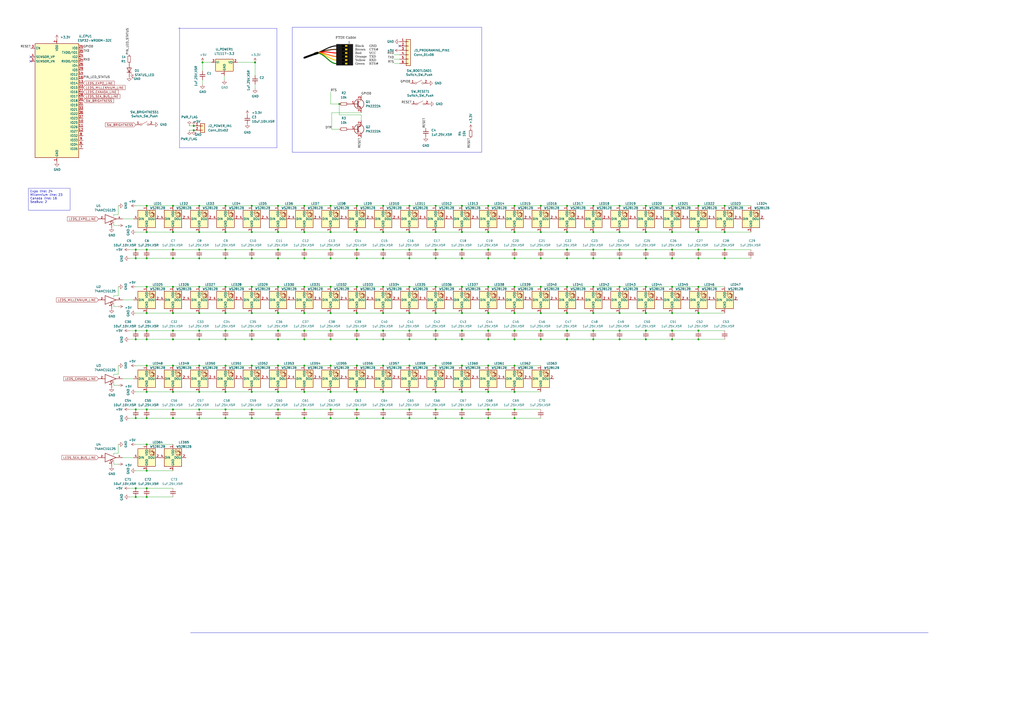
<source format=kicad_sch>
(kicad_sch (version 20230121) (generator eeschema)
  (paper "A2")
  (lib_symbols
    (symbol "74xGxx:74AHC1G125" (pin_names (offset 1.016))
      (property "Reference" "U" (at -2.54 3.81 0))
      (property "Value" "74AHC1G125" (at 0 -3.81 0))
      (symbol "74AHC1G125_1_1"
        (pin input inverted (at 0 5.08 270) (length 3.81) (name "~") (number "1"))
        (pin input line (at -7.62 0 0) (length 3.81) (name "~") (number "2"))
        (pin power_in line (at 1.27 -1.27 270) (length 0) hide (name "GND") (number "3"))
        (pin tri_state line (at 6.35 0 180) (length 3.81) (name "~") (number "4"))
        (pin power_in line (at 1.27 1.27 90) (length 0) hide (name "VCC") (number "5"))
      )
    )
    (symbol "Connector_Generic:Conn_01x02" (pin_names (offset 1.016) hide)
      (property "Reference" "J" (at 0 2.54 0))
      (property "Value" "Conn_01x02" (at 0 -5.08 0))
      (symbol "Conn_01x02_1_1"
        (pin passive line (at -5.08 0 0) (length 3.81) (name "Pin_1") (number "1"))
        (pin passive line (at -5.08 -2.54 0) (length 3.81) (name "Pin_2") (number "2"))
      )
    )
    (symbol "Connector_Generic:Conn_01x06" (pin_names (offset 1.016) hide)
      (property "Reference" "J" (at 0 7.62 0))
      (property "Value" "Conn_01x06" (at 0 -10.16 0))
      (symbol "Conn_01x06_1_1"
        (pin passive line (at -5.08 5.08 0) (length 3.81) (name "Pin_1") (number "1"))
        (pin passive line (at -5.08 2.54 0) (length 3.81) (name "Pin_2") (number "2"))
        (pin passive line (at -5.08 0 0) (length 3.81) (name "Pin_3") (number "3"))
        (pin passive line (at -5.08 -2.54 0) (length 3.81) (name "Pin_4") (number "4"))
        (pin passive line (at -5.08 -5.08 0) (length 3.81) (name "Pin_5") (number "5"))
        (pin passive line (at -5.08 -7.62 0) (length 3.81) (name "Pin_6") (number "6"))
      )
    )
    (symbol "Device:LED" (pin_numbers hide) (pin_names (offset 1.016) hide)
      (property "Reference" "D" (at 0 2.54 0))
      (property "Value" "LED" (at 0 -2.54 0))
      (symbol "LED_1_1"
        (pin passive line (at -3.81 0 0) (length 2.54) (name "K") (number "1"))
        (pin passive line (at 3.81 0 180) (length 2.54) (name "A") (number "2"))
      )
    )
    (symbol "Regulator_Linear:LT1117-3.3" (pin_names (offset 0.254))
      (property "Reference" "U" (at -3.81 3.175 0))
      (property "Value" "LT1117-3.3" (at 0 3.175 0))
      (symbol "LT1117-3.3_1_1"
        (pin power_in line (at 0 -7.62 90) (length 2.54) (name "GND") (number "1"))
        (pin power_out line (at 7.62 0 180) (length 2.54) (name "VO") (number "2"))
        (pin power_in line (at -7.62 0 0) (length 2.54) (name "VI") (number "3"))
      )
    )
    (symbol "Transistor_BJT:MMBT3904" (pin_names (offset 0) hide)
      (property "Reference" "Q" (at 5.08 1.905 0))
      (property "Value" "MMBT3904" (at 5.08 0 0))
      (symbol "MMBT3904_1_1"
        (pin input line (at -5.08 0 0) (length 5.715) (name "B") (number "1"))
        (pin passive line (at 2.54 -5.08 90) (length 2.54) (name "E") (number "2"))
        (pin passive line (at 2.54 5.08 270) (length 2.54) (name "C") (number "3"))
      )
    )
    (symbol "calendar:ESP32-WROOM-32E"
      (property "Reference" "U" (at -12.7 34.29 0))
      (property "Value" "ESP32-WROOM-32E" (at 1.27 34.29 0))
      (symbol "ESP32-WROOM-32E_1_1"
        (pin power_in line (at 0 -35.56 90) (length 2.54) (name "GND") (number "1"))
        (pin bidirectional line (at 15.24 -12.7 180) (length 2.54) (name "IO25") (number "10"))
        (pin bidirectional line (at 15.24 -15.24 180) (length 2.54) (name "IO26") (number "11"))
        (pin bidirectional line (at 15.24 -17.78 180) (length 2.54) (name "IO27") (number "12"))
        (pin bidirectional line (at 15.24 10.16 180) (length 2.54) (name "IO14") (number "13"))
        (pin bidirectional line (at 15.24 15.24 180) (length 2.54) (name "IO12") (number "14"))
        (pin passive line (at 0 -35.56 90) (length 2.54) hide (name "GND") (number "15"))
        (pin bidirectional line (at 15.24 12.7 180) (length 2.54) (name "IO13") (number "16"))
        (pin no_connect line (at -12.7 -17.78 0) (length 2.54) hide (name "NC") (number "17"))
        (pin no_connect line (at -12.7 -20.32 0) (length 2.54) hide (name "NC") (number "18"))
        (pin no_connect line (at -12.7 -25.4 0) (length 2.54) hide (name "NC") (number "19"))
        (pin power_in line (at 0 35.56 270) (length 2.54) (name "VDD") (number "2"))
        (pin no_connect line (at -12.7 -22.86 0) (length 2.54) hide (name "NC") (number "20"))
        (pin no_connect line (at -12.7 -12.7 0) (length 2.54) hide (name "NC") (number "21"))
        (pin no_connect line (at -12.7 -15.24 0) (length 2.54) hide (name "NC") (number "22"))
        (pin bidirectional line (at 15.24 7.62 180) (length 2.54) (name "IO15") (number "23"))
        (pin bidirectional line (at 15.24 25.4 180) (length 2.54) (name "IO2") (number "24"))
        (pin bidirectional line (at 15.24 30.48 180) (length 2.54) (name "IO0") (number "25"))
        (pin bidirectional line (at 15.24 20.32 180) (length 2.54) (name "IO4") (number "26"))
        (pin bidirectional line (at 15.24 5.08 180) (length 2.54) (name "IO16") (number "27"))
        (pin bidirectional line (at 15.24 2.54 180) (length 2.54) (name "IO17") (number "28"))
        (pin bidirectional line (at 15.24 17.78 180) (length 2.54) (name "IO5") (number "29"))
        (pin input line (at -15.24 30.48 0) (length 2.54) (name "EN") (number "3"))
        (pin bidirectional line (at 15.24 0 180) (length 2.54) (name "IO18") (number "30"))
        (pin bidirectional line (at 15.24 -2.54 180) (length 2.54) (name "IO19") (number "31"))
        (pin no_connect line (at -12.7 -27.94 0) (length 2.54) hide (name "NC") (number "32"))
        (pin bidirectional line (at 15.24 -5.08 180) (length 2.54) (name "IO21") (number "33"))
        (pin bidirectional line (at 15.24 22.86 180) (length 2.54) (name "RXD0/IO3") (number "34"))
        (pin bidirectional line (at 15.24 27.94 180) (length 2.54) (name "TXD0/IO1") (number "35"))
        (pin bidirectional line (at 15.24 -7.62 180) (length 2.54) (name "IO22") (number "36"))
        (pin bidirectional line (at 15.24 -10.16 180) (length 2.54) (name "IO23") (number "37"))
        (pin passive line (at 0 -35.56 90) (length 2.54) hide (name "GND") (number "38"))
        (pin passive line (at 0 -35.56 90) (length 2.54) hide (name "GND") (number "39"))
        (pin input line (at -15.24 25.4 0) (length 2.54) (name "SENSOR_VP") (number "4"))
        (pin input line (at -15.24 22.86 0) (length 2.54) (name "SENSOR_VN") (number "5"))
        (pin input line (at 15.24 -25.4 180) (length 2.54) (name "IO34") (number "6"))
        (pin input line (at 15.24 -27.94 180) (length 2.54) (name "IO35") (number "7"))
        (pin bidirectional line (at 15.24 -20.32 180) (length 2.54) (name "IO32") (number "8"))
        (pin bidirectional line (at 15.24 -22.86 180) (length 2.54) (name "IO33") (number "9"))
      )
    )
    (symbol "calendar:XL-5050RGBC-WS2812B" (pin_names (offset 0.254))
      (property "Reference" "DAY1" (at 10.795 4.3307 0))
      (property "Value" "XL-5050RGBC-WS2812B" (at 10.795 1.7907 0))
      (symbol "XL-5050RGBC-WS2812B_0_0"
        (text "RGB" (at 2.286 -4.191 0) (effects (font (size 0.762 0.762))))
      )
      (symbol "XL-5050RGBC-WS2812B_1_1"
        (pin power_in line (at 7.62 0 180) (length 2.54) (name "VDD") (number "1"))
        (pin output line (at 0 -7.62 90) (length 2.54) (name "DOU") (number "2"))
        (pin power_in line (at -7.62 0 0) (length 2.54) (name "GND") (number "3"))
        (pin input line (at 0 7.62 270) (length 2.54) (name "DIN") (number "4"))
      )
    )
    (symbol "jlcpcb-basic-capacitor-0402:1uF,25V,X5R "
      (property "Reference" "C" (at 1.71 0.508 0))
      (property "Value" "1uF,25V,X5R " (at 1.71 -1.016 0))
      (symbol "1uF,25V,X5R _0_0"
        (pin passive line (at 0 2.54 270) (length 2.032) (name "~") (number "1"))
        (pin passive line (at 0 -2.54 90) (length 2.032) (name "~") (number "2"))
      )
    )
    (symbol "jlcpcb-basic-capacitor-0603:10uF,10V,X5R "
      (property "Reference" "C" (at 1.71 0.508 0))
      (property "Value" "10uF,10V,X5R " (at 1.71 -1.016 0))
      (symbol "10uF,10V,X5R _0_0"
        (pin passive line (at 0 2.54 270) (length 2.032) (name "~") (number "1"))
        (pin passive line (at 0 -2.54 90) (length 2.032) (name "~") (number "2"))
      )
    )
    (symbol "jlcpcb-basic-resistor-0402:10k"
      (property "Reference" "R" (at 0.762 0.508 0))
      (property "Value" "10k" (at 0.762 -1.016 0))
      (symbol "10k_0_0"
        (pin passive line (at 0 2.54 270) (length 0.762) (name "~") (number "1"))
        (pin passive line (at 0 -2.54 90) (length 0.762) (name "~") (number "2"))
      )
    )
    (symbol "jlcpcb-basic-resistor-0402:1k"
      (property "Reference" "R" (at 0.762 0.508 0))
      (property "Value" "1k" (at 0.762 -1.016 0))
      (symbol "1k_0_0"
        (pin passive line (at 0 2.54 270) (length 0.762) (name "~") (number "1"))
        (pin passive line (at 0 -2.54 90) (length 0.762) (name "~") (number "2"))
      )
    )
    (symbol "power:+3.3V" (power) (pin_names (offset 0))
      (property "Value" "+3.3V" (at 0 3.556 0))
      (symbol "+3.3V_1_1"
        (pin power_in line (at 0 0 90) (length 0) hide (name "+3.3V") (number "1"))
      )
    )
    (symbol "power:+5V" (power) (pin_names (offset 0))
      (property "Value" "+5V" (at 0 3.556 0))
      (symbol "+5V_1_1"
        (pin power_in line (at 0 0 90) (length 0) hide (name "+5V") (number "1"))
      )
    )
    (symbol "power:GND" (power) (pin_names (offset 0))
      (property "Value" "GND" (at 0 -3.81 0))
      (symbol "GND_1_1"
        (pin power_in line (at 0 0 270) (length 0) hide (name "GND") (number "1"))
      )
    )
    (symbol "power:PWR_FLAG" (power) (pin_numbers hide) (pin_names (offset 0) hide)
      (property "Value" "PWR_FLAG" (at 0 3.81 0))
      (symbol "PWR_FLAG_0_0"
        (pin power_out line (at 0 0 90) (length 0) (name "pwr") (number "1"))
      )
    )
    (symbol "tom-mechanical:SW_SPST" (pin_names (offset 0) hide)
      (property "Reference" "SW" (at 0 3.175 0))
      (property "Value" "SW_SPST" (at 0 -2.54 0))
      (symbol "SW_SPST_1_1"
        (pin passive line (at -5.08 0 0) (length 2.54) (name "A") (number "1"))
        (pin passive line (at 5.08 0 180) (length 2.54) (name "B") (number "2"))
      )
    )
  )
  (junction (at 344.17 191.77))
  (junction (at 191.77 212.09))
  (junction (at 85.09 212.09))
  (junction (at 130.81 242.57))
  (junction (at 222.25 227.33))
  (junction (at 161.29 237.49))
  (junction (at 115.57 166.37))
  (junction (at 359.41 181.61))
  (junction (at 161.29 227.33))
  (junction (at 100.33 144.78))
  (junction (at 328.93 149.86))
  (junction (at 374.65 191.77))
  (junction (at 78.74 283.21))
  (junction (at 207.01 227.33))
  (junction (at 267.97 227.33))
  (junction (at 344.17 149.86))
  (junction (at 85.09 283.21))
  (junction (at 146.05 166.37))
  (junction (at 130.81 227.33))
  (junction (at 115.57 149.86))
  (junction (at 176.53 166.37))
  (junction (at 267.97 212.09))
  (junction (at 161.29 166.37))
  (junction (at 130.81 212.09))
  (junction (at 115.57 196.85))
  (junction (at 389.89 181.61))
  (junction (at 100.33 181.61))
  (junction (at 78.74 288.29))
  (junction (at 115.57 212.09))
  (junction (at 85.09 119.38))
  (junction (at 267.97 149.86))
  (junction (at 420.37 144.78))
  (junction (at 176.53 144.78))
  (junction (at 100.33 149.86))
  (junction (at 313.69 196.85))
  (junction (at 359.41 196.85))
  (junction (at 252.73 196.85))
  (junction (at 191.77 134.62))
  (junction (at 176.53 191.77))
  (junction (at 207.01 144.78))
  (junction (at 313.69 149.86))
  (junction (at 252.73 119.38))
  (junction (at 267.97 237.49))
  (junction (at 222.25 191.77))
  (junction (at 344.17 166.37))
  (junction (at 374.65 166.37))
  (junction (at 222.25 166.37))
  (junction (at 130.81 237.49))
  (junction (at 237.49 237.49))
  (junction (at 130.81 144.78))
  (junction (at 420.37 119.38))
  (junction (at 85.09 191.77))
  (junction (at 85.09 144.78))
  (junction (at 389.89 134.62))
  (junction (at 161.29 191.77))
  (junction (at 222.25 242.57))
  (junction (at 313.69 144.78))
  (junction (at 161.29 144.78))
  (junction (at 389.89 191.77))
  (junction (at 405.13 166.37))
  (junction (at 100.33 119.38))
  (junction (at 252.73 242.57))
  (junction (at 283.21 181.61))
  (junction (at 298.45 191.77))
  (junction (at 420.37 149.86))
  (junction (at 78.74 191.77))
  (junction (at 207.01 134.62))
  (junction (at 100.33 134.62))
  (junction (at 389.89 166.37))
  (junction (at 313.69 119.38))
  (junction (at 237.49 181.61))
  (junction (at 359.41 191.77))
  (junction (at 161.29 149.86))
  (junction (at 252.73 191.77))
  (junction (at 146.05 237.49))
  (junction (at 207.01 196.85))
  (junction (at 115.57 181.61))
  (junction (at 237.49 149.86))
  (junction (at 405.13 149.86))
  (junction (at 344.17 144.78))
  (junction (at 252.73 181.61))
  (junction (at 117.475 36.195))
  (junction (at 146.05 149.86))
  (junction (at 146.05 134.62))
  (junction (at 191.77 166.37))
  (junction (at 374.65 134.62))
  (junction (at 146.05 119.38))
  (junction (at 222.25 134.62))
  (junction (at 237.49 212.09))
  (junction (at 283.21 212.09))
  (junction (at 237.49 144.78))
  (junction (at 374.65 196.85))
  (junction (at 252.73 237.49))
  (junction (at 222.25 149.86))
  (junction (at 207.01 237.49))
  (junction (at 374.65 181.61))
  (junction (at 298.45 134.62))
  (junction (at 222.25 196.85))
  (junction (at 115.57 119.38))
  (junction (at 328.93 196.85))
  (junction (at 252.73 166.37))
  (junction (at 191.77 237.49))
  (junction (at 161.29 212.09))
  (junction (at 283.21 149.86))
  (junction (at 130.81 119.38))
  (junction (at 176.53 227.33))
  (junction (at 147.955 36.195))
  (junction (at 374.65 119.38))
  (junction (at 359.41 149.86))
  (junction (at 267.97 242.57))
  (junction (at 237.49 134.62))
  (junction (at 344.17 134.62))
  (junction (at 344.17 196.85))
  (junction (at 222.25 237.49))
  (junction (at 115.57 237.49))
  (junction (at 389.89 196.85))
  (junction (at 146.05 144.78))
  (junction (at 298.45 166.37))
  (junction (at 283.21 227.33))
  (junction (at 405.13 191.77))
  (junction (at 78.74 149.86))
  (junction (at 130.81 196.85))
  (junction (at 298.45 242.57))
  (junction (at 283.21 191.77))
  (junction (at 237.49 227.33))
  (junction (at 146.05 196.85))
  (junction (at 112.395 73.025))
  (junction (at 405.13 144.78))
  (junction (at 389.89 149.86))
  (junction (at 191.77 196.85))
  (junction (at 298.45 227.33))
  (junction (at 100.33 166.37))
  (junction (at 267.97 196.85))
  (junction (at 207.01 212.09))
  (junction (at 176.53 212.09))
  (junction (at 359.41 134.62))
  (junction (at 222.25 212.09))
  (junction (at 191.77 149.86))
  (junction (at 298.45 196.85))
  (junction (at 146.05 242.57))
  (junction (at 115.57 242.57))
  (junction (at 85.09 257.81))
  (junction (at 298.45 149.86))
  (junction (at 252.73 212.09))
  (junction (at 191.77 191.77))
  (junction (at 328.93 134.62))
  (junction (at 115.57 227.33))
  (junction (at 405.13 134.62))
  (junction (at 191.77 119.38))
  (junction (at 374.65 144.78))
  (junction (at 252.73 134.62))
  (junction (at 115.57 134.62))
  (junction (at 328.93 181.61))
  (junction (at 313.69 181.61))
  (junction (at 298.45 119.38))
  (junction (at 85.09 288.29))
  (junction (at 207.01 119.38))
  (junction (at 237.49 191.77))
  (junction (at 252.73 144.78))
  (junction (at 100.33 196.85))
  (junction (at 85.09 149.86))
  (junction (at 313.69 134.62))
  (junction (at 222.25 144.78))
  (junction (at 85.09 273.05))
  (junction (at 252.73 227.33))
  (junction (at 405.13 119.38))
  (junction (at 161.29 242.57))
  (junction (at 85.09 227.33))
  (junction (at 130.81 134.62))
  (junction (at 328.93 119.38))
  (junction (at 100.33 227.33))
  (junction (at 298.45 212.09))
  (junction (at 283.21 196.85))
  (junction (at 176.53 134.62))
  (junction (at 161.29 196.85))
  (junction (at 191.77 242.57))
  (junction (at 85.09 242.57))
  (junction (at 207.01 242.57))
  (junction (at 313.69 166.37))
  (junction (at 267.97 119.38))
  (junction (at 252.73 149.86))
  (junction (at 298.45 144.78))
  (junction (at 283.21 242.57))
  (junction (at 283.21 119.38))
  (junction (at 267.97 134.62))
  (junction (at 237.49 242.57))
  (junction (at 207.01 166.37))
  (junction (at 115.57 144.78))
  (junction (at 405.13 181.61))
  (junction (at 267.97 144.78))
  (junction (at 161.29 181.61))
  (junction (at 389.89 119.38))
  (junction (at 313.69 191.77))
  (junction (at 176.53 196.85))
  (junction (at 176.53 149.86))
  (junction (at 222.25 119.38))
  (junction (at 85.09 237.49))
  (junction (at 283.21 134.62))
  (junction (at 207.01 191.77))
  (junction (at 146.05 191.77))
  (junction (at 237.49 119.38))
  (junction (at 283.21 166.37))
  (junction (at 359.41 119.38))
  (junction (at 78.74 196.85))
  (junction (at 176.53 242.57))
  (junction (at 328.93 191.77))
  (junction (at 283.21 237.49))
  (junction (at 359.41 166.37))
  (junction (at 100.33 191.77))
  (junction (at 85.09 181.61))
  (junction (at 222.25 181.61))
  (junction (at 176.53 237.49))
  (junction (at 161.29 119.38))
  (junction (at 176.53 181.61))
  (junction (at 298.45 237.49))
  (junction (at 267.97 166.37))
  (junction (at 146.05 212.09))
  (junction (at 85.09 134.62))
  (junction (at 85.09 196.85))
  (junction (at 161.29 134.62))
  (junction (at 267.97 181.61))
  (junction (at 196.85 60.325))
  (junction (at 78.74 144.78))
  (junction (at 130.81 166.37))
  (junction (at 344.17 119.38))
  (junction (at 100.33 212.09))
  (junction (at 130.81 181.61))
  (junction (at 207.01 149.86))
  (junction (at 328.93 166.37))
  (junction (at 344.17 181.61))
  (junction (at 283.21 144.78))
  (junction (at 112.395 75.565))
  (junction (at 176.53 119.38))
  (junction (at 191.77 227.33))
  (junction (at 267.97 191.77))
  (junction (at 420.37 134.62))
  (junction (at 191.77 144.78))
  (junction (at 146.05 181.61))
  (junction (at 130.81 191.77))
  (junction (at 237.49 196.85))
  (junction (at 100.33 242.57))
  (junction (at 78.74 242.57))
  (junction (at 328.93 144.78))
  (junction (at 374.65 149.86))
  (junction (at 85.09 166.37))
  (junction (at 146.05 227.33))
  (junction (at 191.77 181.61))
  (junction (at 405.13 196.85))
  (junction (at 115.57 191.77))
  (junction (at 298.45 181.61))
  (junction (at 237.49 166.37))
  (junction (at 389.89 144.78))
  (junction (at 100.33 237.49))
  (junction (at 359.41 144.78))
  (junction (at 78.74 237.49))
  (junction (at 207.01 181.61))
  (junction (at 130.81 149.86))
  (no_connect (at 17.78 33.02))
  (no_connect (at 17.78 35.56))
  (no_connect (at 231.775 26.67))
  (wire (pts (xy 298.45 166.37) (xy 313.69 166.37)))
  (wire (pts (xy 222.25 134.62) (xy 237.49 134.62)))
  (wire (pts (xy 71.12 265.43) (xy 77.47 265.43)))
  (wire (pts (xy 283.21 149.86) (xy 298.45 149.86)))
  (wire (pts (xy 222.25 191.77) (xy 237.49 191.77)))
  (wire (pts (xy 237.49 149.86) (xy 252.73 149.86)))
  (wire (pts (xy 100.33 237.49) (xy 115.57 237.49)))
  (wire (pts (xy 420.37 149.86) (xy 435.61 149.86)))
  (wire (pts (xy 298.45 119.38) (xy 313.69 119.38)))
  (wire (pts (xy 146.05 196.85) (xy 161.29 196.85)))
  (wire (pts (xy 100.33 144.78) (xy 115.57 144.78)))
  (wire (pts (xy 71.12 219.71) (xy 77.47 219.71)))
  (wire (pts (xy 117.475 36.195) (xy 117.475 41.275)))
  (wire (pts (xy 207.01 149.86) (xy 222.25 149.86)))
  (wire (pts (xy 161.29 227.33) (xy 176.53 227.33)))
  (wire (pts (xy 209.55 69.85) (xy 209.55 66.675)))
  (wire (pts (xy 78.74 273.05) (xy 85.09 273.05)))
  (wire (pts (xy 146.05 166.37) (xy 161.29 166.37)))
  (wire (pts (xy 374.65 181.61) (xy 389.89 181.61)))
  (wire (pts (xy 115.57 149.86) (xy 130.81 149.86)))
  (wire (pts (xy 283.21 191.77) (xy 298.45 191.77)))
  (wire (pts (xy 85.09 237.49) (xy 100.33 237.49)))
  (wire (pts (xy 228.6 31.75) (xy 231.775 31.75)))
  (wire (pts (xy 66.04 171.45) (xy 68.58 171.45)))
  (wire (pts (xy 405.13 166.37) (xy 420.37 166.37)))
  (polyline (pts (xy 103.505 16.51) (xy 160.655 16.51)))
  (wire (pts (xy 328.93 134.62) (xy 344.17 134.62)))
  (wire (pts (xy 267.97 166.37) (xy 283.21 166.37)))
  (wire (pts (xy 267.97 144.78) (xy 283.21 144.78)))
  (wire (pts (xy 100.33 149.86) (xy 115.57 149.86)))
  (wire (pts (xy 100.33 134.62) (xy 115.57 134.62)))
  (wire (pts (xy 115.57 166.37) (xy 130.81 166.37)))
  (wire (pts (xy 328.93 196.85) (xy 344.17 196.85)))
  (wire (pts (xy 130.81 181.61) (xy 146.05 181.61)))
  (wire (pts (xy 78.74 181.61) (xy 85.09 181.61)))
  (wire (pts (xy 85.09 144.78) (xy 100.33 144.78)))
  (wire (pts (xy 146.05 181.61) (xy 161.29 181.61)))
  (wire (pts (xy 146.05 144.78) (xy 161.29 144.78)))
  (wire (pts (xy 237.49 242.57) (xy 252.73 242.57)))
  (wire (pts (xy 161.29 166.37) (xy 176.53 166.37)))
  (wire (pts (xy 74.93 288.29) (xy 78.74 288.29)))
  (wire (pts (xy 161.29 191.77) (xy 176.53 191.77)))
  (wire (pts (xy 191.77 191.77) (xy 207.01 191.77)))
  (wire (pts (xy 228.6 36.83) (xy 231.775 36.83)))
  (wire (pts (xy 237.49 144.78) (xy 252.73 144.78)))
  (wire (pts (xy 146.05 149.86) (xy 161.29 149.86)))
  (wire (pts (xy 176.53 144.78) (xy 191.77 144.78)))
  (wire (pts (xy 207.01 227.33) (xy 222.25 227.33)))
  (wire (pts (xy 283.21 237.49) (xy 298.45 237.49)))
  (wire (pts (xy 66.04 223.52) (xy 66.04 220.98)))
  (wire (pts (xy 207.01 181.61) (xy 222.25 181.61)))
  (wire (pts (xy 196.85 66.675) (xy 196.85 60.325)))
  (wire (pts (xy 176.53 191.77) (xy 191.77 191.77)))
  (wire (pts (xy 85.09 166.37) (xy 100.33 166.37)))
  (wire (pts (xy 146.05 237.49) (xy 161.29 237.49)))
  (wire (pts (xy 78.74 237.49) (xy 85.09 237.49)))
  (wire (pts (xy 191.77 144.78) (xy 207.01 144.78)))
  (wire (pts (xy 146.05 212.09) (xy 161.29 212.09)))
  (wire (pts (xy 252.73 119.38) (xy 267.97 119.38)))
  (wire (pts (xy 420.37 144.78) (xy 435.61 144.78)))
  (wire (pts (xy 78.74 134.62) (xy 85.09 134.62)))
  (wire (pts (xy 313.69 166.37) (xy 328.93 166.37)))
  (wire (pts (xy 85.09 196.85) (xy 100.33 196.85)))
  (wire (pts (xy 66.04 218.44) (xy 66.04 217.17)))
  (polyline (pts (xy 538.48 367.03) (xy 110.49 367.03)))
  (wire (pts (xy 405.13 191.77) (xy 420.37 191.77)))
  (polyline (pts (xy 160.655 85.725) (xy 104.14 85.725)))
  (wire (pts (xy 222.25 196.85) (xy 237.49 196.85)))
  (wire (pts (xy 191.77 196.85) (xy 207.01 196.85)))
  (wire (pts (xy 328.93 181.61) (xy 344.17 181.61)))
  (wire (pts (xy 237.49 227.33) (xy 252.73 227.33)))
  (wire (pts (xy 100.33 166.37) (xy 115.57 166.37)))
  (wire (pts (xy 78.74 119.38) (xy 85.09 119.38)))
  (wire (pts (xy 115.57 242.57) (xy 130.81 242.57)))
  (wire (pts (xy 176.53 134.62) (xy 191.77 134.62)))
  (wire (pts (xy 237.49 166.37) (xy 252.73 166.37)))
  (wire (pts (xy 71.12 127) (xy 77.47 127)))
  (wire (pts (xy 191.77 149.86) (xy 207.01 149.86)))
  (wire (pts (xy 283.21 212.09) (xy 298.45 212.09)))
  (polyline (pts (xy 169.545 15.875) (xy 185.42 15.875)))
  (wire (pts (xy 161.29 181.61) (xy 176.53 181.61)))
  (polyline (pts (xy 279.4 88.265) (xy 169.545 88.265)))
  (wire (pts (xy 389.89 119.38) (xy 405.13 119.38)))
  (wire (pts (xy 161.29 119.38) (xy 176.53 119.38)))
  (wire (pts (xy 359.41 119.38) (xy 374.65 119.38)))
  (wire (pts (xy 146.05 134.62) (xy 161.29 134.62)))
  (wire (pts (xy 283.21 181.61) (xy 298.45 181.61)))
  (wire (pts (xy 207.01 119.38) (xy 222.25 119.38)))
  (wire (pts (xy 252.73 134.62) (xy 267.97 134.62)))
  (wire (pts (xy 78.74 144.78) (xy 85.09 144.78)))
  (wire (pts (xy 237.49 134.62) (xy 252.73 134.62)))
  (wire (pts (xy 283.21 144.78) (xy 298.45 144.78)))
  (wire (pts (xy 252.73 181.61) (xy 267.97 181.61)))
  (wire (pts (xy 267.97 191.77) (xy 283.21 191.77)))
  (wire (pts (xy 100.33 212.09) (xy 115.57 212.09)))
  (wire (pts (xy 374.65 149.86) (xy 389.89 149.86)))
  (wire (pts (xy 78.74 196.85) (xy 85.09 196.85)))
  (wire (pts (xy 344.17 119.38) (xy 359.41 119.38)))
  (wire (pts (xy 344.17 196.85) (xy 359.41 196.85)))
  (wire (pts (xy 115.57 119.38) (xy 130.81 119.38)))
  (wire (pts (xy 344.17 191.77) (xy 359.41 191.77)))
  (wire (pts (xy 313.69 134.62) (xy 328.93 134.62)))
  (wire (pts (xy 328.93 191.77) (xy 344.17 191.77)))
  (wire (pts (xy 115.57 237.49) (xy 130.81 237.49)))
  (wire (pts (xy 68.58 223.52) (xy 66.04 223.52)))
  (wire (pts (xy 252.73 144.78) (xy 267.97 144.78)))
  (wire (pts (xy 85.09 257.81) (xy 100.33 257.81)))
  (wire (pts (xy 405.13 144.78) (xy 420.37 144.78)))
  (wire (pts (xy 389.89 191.77) (xy 405.13 191.77)))
  (wire (pts (xy 405.13 196.85) (xy 420.37 196.85)))
  (wire (pts (xy 267.97 181.61) (xy 283.21 181.61)))
  (polyline (pts (xy 104.14 15.875) (xy 104.14 85.725)))
  (wire (pts (xy 389.89 144.78) (xy 405.13 144.78)))
  (wire (pts (xy 147.955 48.895) (xy 147.955 51.435)))
  (wire (pts (xy 130.81 144.78) (xy 146.05 144.78)))
  (wire (pts (xy 252.73 237.49) (xy 267.97 237.49)))
  (wire (pts (xy 117.475 46.355) (xy 117.475 48.895)))
  (wire (pts (xy 237.49 196.85) (xy 252.73 196.85)))
  (wire (pts (xy 196.85 60.325) (xy 191.77 60.325)))
  (wire (pts (xy 85.09 273.05) (xy 100.33 273.05)))
  (wire (pts (xy 191.77 119.38) (xy 207.01 119.38)))
  (wire (pts (xy 298.45 242.57) (xy 313.69 242.57)))
  (wire (pts (xy 237.49 181.61) (xy 252.73 181.61)))
  (wire (pts (xy 313.69 181.61) (xy 328.93 181.61)))
  (wire (pts (xy 130.175 43.815) (xy 130.175 46.355)))
  (wire (pts (xy 146.05 119.38) (xy 161.29 119.38)))
  (wire (pts (xy 298.45 212.09) (xy 313.69 212.09)))
  (wire (pts (xy 176.53 181.61) (xy 191.77 181.61)))
  (wire (pts (xy 176.53 119.38) (xy 191.77 119.38)))
  (wire (pts (xy 405.13 119.38) (xy 420.37 119.38)))
  (wire (pts (xy 313.69 196.85) (xy 328.93 196.85)))
  (wire (pts (xy 85.09 212.09) (xy 100.33 212.09)))
  (wire (pts (xy 115.57 212.09) (xy 130.81 212.09)))
  (wire (pts (xy 228.6 34.29) (xy 231.775 34.29)))
  (wire (pts (xy 147.955 36.195) (xy 147.955 43.815)))
  (wire (pts (xy 176.53 196.85) (xy 191.77 196.85)))
  (wire (pts (xy 130.81 149.86) (xy 146.05 149.86)))
  (wire (pts (xy 68.58 166.37) (xy 68.58 171.45)))
  (wire (pts (xy 405.13 134.62) (xy 420.37 134.62)))
  (wire (pts (xy 389.89 181.61) (xy 405.13 181.61)))
  (wire (pts (xy 146.05 242.57) (xy 161.29 242.57)))
  (wire (pts (xy 283.21 119.38) (xy 298.45 119.38)))
  (wire (pts (xy 207.01 212.09) (xy 222.25 212.09)))
  (wire (pts (xy 298.45 196.85) (xy 313.69 196.85)))
  (wire (pts (xy 191.77 60.325) (xy 191.77 53.34)))
  (wire (pts (xy 115.57 196.85) (xy 130.81 196.85)))
  (polyline (pts (xy 279.4 15.875) (xy 279.4 88.265)))
  (wire (pts (xy 85.09 283.21) (xy 100.33 283.21)))
  (wire (pts (xy 161.29 144.78) (xy 176.53 144.78)))
  (wire (pts (xy 344.17 144.78) (xy 359.41 144.78)))
  (wire (pts (xy 374.65 166.37) (xy 389.89 166.37)))
  (wire (pts (xy 191.77 242.57) (xy 207.01 242.57)))
  (wire (pts (xy 267.97 227.33) (xy 283.21 227.33)))
  (wire (pts (xy 130.81 212.09) (xy 146.05 212.09)))
  (wire (pts (xy 78.74 149.86) (xy 85.09 149.86)))
  (wire (pts (xy 298.45 149.86) (xy 313.69 149.86)))
  (wire (pts (xy 283.21 134.62) (xy 298.45 134.62)))
  (wire (pts (xy 374.65 144.78) (xy 389.89 144.78)))
  (wire (pts (xy 78.74 288.29) (xy 85.09 288.29)))
  (wire (pts (xy 85.09 149.86) (xy 100.33 149.86)))
  (wire (pts (xy 130.81 191.77) (xy 146.05 191.77)))
  (wire (pts (xy 146.05 227.33) (xy 161.29 227.33)))
  (wire (pts (xy 130.81 134.62) (xy 146.05 134.62)))
  (wire (pts (xy 176.53 242.57) (xy 191.77 242.57)))
  (wire (pts (xy 74.93 196.85) (xy 78.74 196.85)))
  (wire (pts (xy 74.93 242.57) (xy 78.74 242.57)))
  (wire (pts (xy 85.09 288.29) (xy 100.33 288.29)))
  (wire (pts (xy 313.69 149.86) (xy 328.93 149.86)))
  (wire (pts (xy 85.09 191.77) (xy 100.33 191.77)))
  (wire (pts (xy 100.33 119.38) (xy 115.57 119.38)))
  (wire (pts (xy 222.25 119.38) (xy 237.49 119.38)))
  (wire (pts (xy 115.57 144.78) (xy 130.81 144.78)))
  (wire (pts (xy 283.21 227.33) (xy 298.45 227.33)))
  (wire (pts (xy 328.93 119.38) (xy 344.17 119.38)))
  (wire (pts (xy 161.29 212.09) (xy 176.53 212.09)))
  (wire (pts (xy 267.97 196.85) (xy 283.21 196.85)))
  (wire (pts (xy 85.09 134.62) (xy 100.33 134.62)))
  (wire (pts (xy 207.01 191.77) (xy 222.25 191.77)))
  (wire (pts (xy 283.21 166.37) (xy 298.45 166.37)))
  (wire (pts (xy 161.29 149.86) (xy 176.53 149.86)))
  (wire (pts (xy 252.73 212.09) (xy 267.97 212.09)))
  (wire (pts (xy 115.57 191.77) (xy 130.81 191.77)))
  (wire (pts (xy 130.81 242.57) (xy 146.05 242.57)))
  (wire (pts (xy 78.74 242.57) (xy 85.09 242.57)))
  (wire (pts (xy 74.93 144.78) (xy 78.74 144.78)))
  (wire (pts (xy 74.93 191.77) (xy 78.74 191.77)))
  (wire (pts (xy 298.45 191.77) (xy 313.69 191.77)))
  (wire (pts (xy 68.58 119.38) (xy 68.58 124.46)))
  (wire (pts (xy 100.33 227.33) (xy 115.57 227.33)))
  (wire (pts (xy 100.33 191.77) (xy 115.57 191.77)))
  (wire (pts (xy 68.58 212.09) (xy 68.58 217.17)))
  (wire (pts (xy 130.81 237.49) (xy 146.05 237.49)))
  (wire (pts (xy 374.65 196.85) (xy 389.89 196.85)))
  (wire (pts (xy 78.74 283.21) (xy 85.09 283.21)))
  (wire (pts (xy 237.49 212.09) (xy 252.73 212.09)))
  (wire (pts (xy 359.41 191.77) (xy 374.65 191.77)))
  (wire (pts (xy 207.01 196.85) (xy 222.25 196.85)))
  (wire (pts (xy 109.855 75.565) (xy 112.395 75.565)))
  (wire (pts (xy 78.74 212.09) (xy 85.09 212.09)))
  (wire (pts (xy 66.04 264.16) (xy 66.04 262.89)))
  (wire (pts (xy 68.58 269.24) (xy 66.04 269.24)))
  (polyline (pts (xy 169.545 15.875) (xy 169.545 88.265)))
  (wire (pts (xy 267.97 119.38) (xy 283.21 119.38)))
  (wire (pts (xy 66.04 130.81) (xy 66.04 128.27)))
  (wire (pts (xy 100.33 242.57) (xy 115.57 242.57)))
  (wire (pts (xy 359.41 134.62) (xy 374.65 134.62)))
  (wire (pts (xy 115.57 134.62) (xy 130.81 134.62)))
  (wire (pts (xy 237.49 191.77) (xy 252.73 191.77)))
  (wire (pts (xy 222.25 237.49) (xy 237.49 237.49)))
  (wire (pts (xy 298.45 134.62) (xy 313.69 134.62)))
  (wire (pts (xy 78.74 257.81) (xy 85.09 257.81)))
  (wire (pts (xy 130.81 227.33) (xy 146.05 227.33)))
  (wire (pts (xy 130.81 119.38) (xy 146.05 119.38)))
  (wire (pts (xy 222.25 149.86) (xy 237.49 149.86)))
  (wire (pts (xy 68.58 177.8) (xy 66.04 177.8)))
  (wire (pts (xy 344.17 181.61) (xy 359.41 181.61)))
  (wire (pts (xy 298.45 181.61) (xy 313.69 181.61)))
  (wire (pts (xy 313.69 144.78) (xy 328.93 144.78)))
  (wire (pts (xy 191.77 227.33) (xy 207.01 227.33)))
  (wire (pts (xy 117.475 36.195) (xy 122.555 36.195)))
  (wire (pts (xy 328.93 144.78) (xy 344.17 144.78)))
  (wire (pts (xy 222.25 212.09) (xy 237.49 212.09)))
  (wire (pts (xy 66.04 124.46) (xy 68.58 124.46)))
  (wire (pts (xy 176.53 212.09) (xy 191.77 212.09)))
  (wire (pts (xy 161.29 237.49) (xy 176.53 237.49)))
  (wire (pts (xy 328.93 149.86) (xy 344.17 149.86)))
  (wire (pts (xy 420.37 134.62) (xy 435.61 134.62)))
  (wire (pts (xy 192.405 74.93) (xy 196.85 74.93)))
  (wire (pts (xy 420.37 119.38) (xy 435.61 119.38)))
  (wire (pts (xy 359.41 196.85) (xy 374.65 196.85)))
  (wire (pts (xy 405.13 181.61) (xy 420.37 181.61)))
  (wire (pts (xy 389.89 196.85) (xy 405.13 196.85)))
  (wire (pts (xy 66.04 125.73) (xy 66.04 124.46)))
  (wire (pts (xy 267.97 242.57) (xy 283.21 242.57)))
  (wire (pts (xy 267.97 237.49) (xy 283.21 237.49)))
  (wire (pts (xy 267.97 212.09) (xy 283.21 212.09)))
  (wire (pts (xy 207.01 237.49) (xy 222.25 237.49)))
  (wire (pts (xy 222.25 166.37) (xy 237.49 166.37)))
  (wire (pts (xy 313.69 191.77) (xy 328.93 191.77)))
  (wire (pts (xy 130.81 196.85) (xy 146.05 196.85)))
  (wire (pts (xy 359.41 149.86) (xy 374.65 149.86)))
  (wire (pts (xy 71.12 173.99) (xy 77.47 173.99)))
  (wire (pts (xy 74.93 283.21) (xy 78.74 283.21)))
  (wire (pts (xy 374.65 119.38) (xy 389.89 119.38)))
  (wire (pts (xy 344.17 149.86) (xy 359.41 149.86)))
  (wire (pts (xy 222.25 144.78) (xy 237.49 144.78)))
  (wire (pts (xy 78.74 191.77) (xy 85.09 191.77)))
  (wire (pts (xy 359.41 144.78) (xy 374.65 144.78)))
  (wire (pts (xy 130.81 166.37) (xy 146.05 166.37)))
  (wire (pts (xy 222.25 242.57) (xy 237.49 242.57)))
  (wire (pts (xy 191.77 212.09) (xy 207.01 212.09)))
  (wire (pts (xy 328.93 166.37) (xy 344.17 166.37)))
  (wire (pts (xy 222.25 227.33) (xy 237.49 227.33)))
  (wire (pts (xy 85.09 181.61) (xy 100.33 181.61)))
  (wire (pts (xy 313.69 119.38) (xy 328.93 119.38)))
  (wire (pts (xy 207.01 166.37) (xy 222.25 166.37)))
  (wire (pts (xy 66.04 217.17) (xy 68.58 217.17)))
  (wire (pts (xy 237.49 119.38) (xy 252.73 119.38)))
  (wire (pts (xy 66.04 172.72) (xy 66.04 171.45)))
  (wire (pts (xy 344.17 134.62) (xy 359.41 134.62)))
  (wire (pts (xy 109.855 73.025) (xy 112.395 73.025)))
  (wire (pts (xy 66.04 269.24) (xy 66.04 266.7)))
  (wire (pts (xy 137.795 36.195) (xy 147.955 36.195)))
  (wire (pts (xy 344.17 166.37) (xy 359.41 166.37)))
  (wire (pts (xy 252.73 166.37) (xy 267.97 166.37)))
  (wire (pts (xy 359.41 166.37) (xy 374.65 166.37)))
  (wire (pts (xy 161.29 196.85) (xy 176.53 196.85)))
  (wire (pts (xy 359.41 181.61) (xy 374.65 181.61)))
  (wire (pts (xy 374.65 134.62) (xy 389.89 134.62)))
  (wire (pts (xy 389.89 166.37) (xy 405.13 166.37)))
  (wire (pts (xy 191.77 134.62) (xy 207.01 134.62)))
  (wire (pts (xy 191.77 237.49) (xy 207.01 237.49)))
  (wire (pts (xy 252.73 227.33) (xy 267.97 227.33)))
  (wire (pts (xy 85.09 119.38) (xy 100.33 119.38)))
  (wire (pts (xy 207.01 144.78) (xy 222.25 144.78)))
  (wire (pts (xy 115.57 227.33) (xy 130.81 227.33)))
  (polyline (pts (xy 160.655 16.51) (xy 160.655 85.725)))
  (wire (pts (xy 68.58 257.81) (xy 68.58 262.89)))
  (wire (pts (xy 74.93 237.49) (xy 78.74 237.49)))
  (wire (pts (xy 267.97 149.86) (xy 283.21 149.86)))
  (wire (pts (xy 209.55 65.405) (xy 192.405 65.405)))
  (wire (pts (xy 252.73 196.85) (xy 267.97 196.85)))
  (wire (pts (xy 161.29 134.62) (xy 176.53 134.62)))
  (wire (pts (xy 192.405 65.405) (xy 192.405 74.93)))
  (wire (pts (xy 161.29 242.57) (xy 176.53 242.57)))
  (wire (pts (xy 146.05 191.77) (xy 161.29 191.77)))
  (wire (pts (xy 78.74 166.37) (xy 85.09 166.37)))
  (wire (pts (xy 267.97 134.62) (xy 283.21 134.62)))
  (wire (pts (xy 85.09 227.33) (xy 100.33 227.33)))
  (wire (pts (xy 191.77 181.61) (xy 207.01 181.61)))
  (polyline (pts (xy 185.42 15.875) (xy 279.4 15.875)))
  (wire (pts (xy 115.57 181.61) (xy 130.81 181.61)))
  (wire (pts (xy 176.53 166.37) (xy 191.77 166.37)))
  (wire (pts (xy 283.21 242.57) (xy 298.45 242.57)))
  (wire (pts (xy 207.01 242.57) (xy 222.25 242.57)))
  (wire (pts (xy 374.65 191.77) (xy 389.89 191.77)))
  (wire (pts (xy 283.21 196.85) (xy 298.45 196.85)))
  (wire (pts (xy 237.49 237.49) (xy 252.73 237.49)))
  (wire (pts (xy 176.53 227.33) (xy 191.77 227.33)))
  (wire (pts (xy 176.53 237.49) (xy 191.77 237.49)))
  (wire (pts (xy 100.33 181.61) (xy 115.57 181.61)))
  (wire (pts (xy 298.45 144.78) (xy 313.69 144.78)))
  (wire (pts (xy 68.58 130.81) (xy 66.04 130.81)))
  (wire (pts (xy 78.74 227.33) (xy 85.09 227.33)))
  (wire (pts (xy 209.55 66.675) (xy 196.85 66.675)))
  (wire (pts (xy 100.33 196.85) (xy 115.57 196.85)))
  (wire (pts (xy 298.45 237.49) (xy 313.69 237.49)))
  (wire (pts (xy 66.04 177.8) (xy 66.04 175.26)))
  (wire (pts (xy 207.01 134.62) (xy 222.25 134.62)))
  (wire (pts (xy 191.77 166.37) (xy 207.01 166.37)))
  (wire (pts (xy 85.09 242.57) (xy 100.33 242.57)))
  (wire (pts (xy 74.93 149.86) (xy 78.74 149.86)))
  (wire (pts (xy 405.13 149.86) (xy 420.37 149.86)))
  (wire (pts (xy 252.73 149.86) (xy 267.97 149.86)))
  (wire (pts (xy 252.73 242.57) (xy 267.97 242.57)))
  (wire (pts (xy 66.04 262.89) (xy 68.58 262.89)))
  (wire (pts (xy 389.89 134.62) (xy 405.13 134.62)))
  (wire (pts (xy 252.73 191.77) (xy 267.97 191.77)))
  (wire (pts (xy 298.45 227.33) (xy 313.69 227.33)))
  (wire (pts (xy 176.53 149.86) (xy 191.77 149.86)))
  (wire (pts (xy 389.89 149.86) (xy 405.13 149.86)))
  (wire (pts (xy 222.25 181.61) (xy 237.49 181.61)))
  (image (at 198.12 29.845) (scale 1.6202))
  (text_box "Expo line: 24\nMillennium line: 23\nCanada line: 16\nSeaBus: 2" (at 16.51 109.22 0) (size 24.13 12.7) (effects (font (size 1.27 1.27)) (justify left top)))
  (label "RESET" (at 238.76 60.325 180))
  (label "RTS" (at 191.77 53.34 0))
  (label "RESET" (at 17.78 27.94 180))
  (label "TXD" (at 48.26 30.48 0))
  (label "RXD" (at 228.6 31.75 180))
  (label "GPIO0" (at 238.125 48.26 180))
  (label "RXD" (at 48.26 35.56 0))
  (label "GPIO0" (at 209.55 55.245 0))
  (label "TXD" (at 228.6 34.29 180))
  (label "RESET" (at 209.55 80.01 270))
  (label "RESET" (at 273.05 80.01 270))
  (label "RTS" (at 228.6 36.83 180))
  (label "GPIO0" (at 48.26 27.94 0))
  (label "RESET" (at 247.015 74.295 90))
  (label "PIN_LED_STATUS" (at 48.26 45.72 0))
  (label "PIN_LED_STATUS" (at 74.93 31.75 90))
  (label "DTR" (at 192.405 74.93 180))
  (global_label "SW_BRIGHTNESS" (shape input) (at 48.26 58.42 0) (property "Intersheetrefs" "${INTERSHEET_REFS}" (effects hide)))
  (global_label "LEDS_CANADA_LINE" (shape input) (at 57.15 219.71 180) (property "Intersheetrefs" "${INTERSHEET_REFS}" (effects hide)))
  (global_label "LEDS_EXPO_LINE" (shape input) (at 57.15 127 180) (property "Intersheetrefs" "${INTERSHEET_REFS}" (effects hide)))
  (global_label "LEDS_CANADA_LINE" (shape input) (at 48.26 53.34 0) (property "Intersheetrefs" "${INTERSHEET_REFS}" (effects hide)))
  (global_label "SW_BRIGHTNESS" (shape input) (at 78.74 72.39 180) (property "Intersheetrefs" "${INTERSHEET_REFS}" (effects hide)))
  (global_label "LEDS_MILLENNIUM_LINE" (shape input) (at 57.15 173.99 180) (property "Intersheetrefs" "${INTERSHEET_REFS}" (effects hide)))
  (global_label "LEDS_MILLENNIUM_LINE" (shape input) (at 48.26 50.8 0) (property "Intersheetrefs" "${INTERSHEET_REFS}" (effects hide)))
  (global_label "LEDS_SEA_BUS_LINE" (shape input) (at 57.15 265.43 180) (property "Intersheetrefs" "${INTERSHEET_REFS}" (effects hide)))
  (global_label "LEDS_EXPO_LINE" (shape input) (at 48.26 48.26 0) (property "Intersheetrefs" "${INTERSHEET_REFS}" (effects hide)))
  (global_label "LEDS_SEA_BUS_LINE" (shape input) (at 48.26 55.88 0) (property "Intersheetrefs" "${INTERSHEET_REFS}" (effects hide)))
  (symbol (lib_id "calendar:XL-5050RGBC-WS2812B") (at 389.89 173.99 90) (unit 1)
    (property "Reference" "LED45" (at 396.24 165.1 90))
    (property "Value" "WS2812B" (at 396.24 167.64 90))
    (property "Footprint" "LED_SMD:LED_WS2812B_PLCC4_5.0x5.0mm_P3.2mm" (effects hide))
    (property "Datasheet" "https://jlcpcb.com/partdetail/Xinglight-XL_5050RGBCWS2812B/C2843785" (effects hide))
    (property "LCSC" "C2843785" (effects hide))
  )
  (symbol (lib_id "power:+5V") (at 231.775 29.21 90) (unit 1)
    (property "Reference" "#PWR03" (effects hide))
    (property "Value" "+5V" (at 228.6 29.2099 90) (effects (justify left)))
  )
  (symbol (lib_id "calendar:XL-5050RGBC-WS2812B") (at 420.37 127 90) (unit 1)
    (property "Reference" "LED23" (at 426.72 118.11 90))
    (property "Value" "WS2812B" (at 426.72 120.65 90))
    (property "Footprint" "LED_SMD:LED_WS2812B_PLCC4_5.0x5.0mm_P3.2mm" (effects hide))
    (property "Datasheet" "https://jlcpcb.com/partdetail/Xinglight-XL_5050RGBCWS2812B/C2843785" (effects hide))
    (property "LCSC" "C2843785" (effects hide))
  )
  (symbol (lib_id "calendar:ESP32-WROOM-32E") (at 33.02 58.42 0) (unit 1)
    (property "Reference" "U_CPU1" (at 45.72 20.955 0) (effects (justify left)))
    (property "Value" "ESP32-WROOM-32E" (at 45.085 23.495 0) (effects (justify left)))
    (property "Footprint" "RF_Module:ESP32-WROOM-32" (effects hide))
    (property "Datasheet" "https://www.espressif.com/sites/default/files/documentation/esp32-wroom-32_datasheet_en.pdf" (effects hide))
    (property "LCSC" "C701342" (effects hide))
  )
  (symbol (lib_id "calendar:XL-5050RGBC-WS2812B") (at 359.41 127 90) (unit 1)
    (property "Reference" "LED19" (at 365.76 118.11 90))
    (property "Value" "WS2812B" (at 365.76 120.65 90))
    (property "Footprint" "LED_SMD:LED_WS2812B_PLCC4_5.0x5.0mm_P3.2mm" (effects hide))
    (property "Datasheet" "https://jlcpcb.com/partdetail/Xinglight-XL_5050RGBCWS2812B/C2843785" (effects hide))
    (property "LCSC" "C2843785" (effects hide))
  )
  (symbol (lib_id "74xGxx:74AHC1G125") (at 64.77 127 0) (mirror x) (unit 1)
    (property "Reference" "U1" (at 57.15 119.38 0))
    (property "Value" "74AHC1G125" (at 60.96 121.92 0))
    (property "Footprint" "Package_TO_SOT_SMD:SOT-23-5" (effects hide))
    (property "Datasheet" "http://www.ti.com/lit/sg/scyt129e/scyt129e.pdf" (effects hide))
    (property "LCSC" "C23654" (effects hide))
  )
  (symbol (lib_id "power:+5V") (at 74.93 237.49 90) (unit 1)
    (property "Reference" "#PWR039" (effects hide))
    (property "Value" "+5V" (at 71.12 237.49 90) (effects (justify left)))
  )
  (symbol (lib_id "power:GND") (at 248.285 48.26 90) (unit 1)
    (property "Reference" "#PWR08" (effects hide))
    (property "Value" "GND" (at 252.095 48.2599 90) (effects (justify right)))
  )
  (symbol (lib_id "jlcpcb-basic-capacitor-0402:1uF,25V,X5R ") (at 283.21 194.31 0) (unit 1)
    (property "Reference" "C44" (at 281.94 186.69 0) (effects (justify left)))
    (property "Value" "1uF,25V,X5R " (at 276.86 189.23 0) (effects (justify left)))
    (property "Footprint" "vancouver-skytrain-pcb.pretty:C_0402_1005Metric" (effects hide))
    (property "Datasheet" "https://datasheet.lcsc.com/lcsc/1811091611_Samsung-Electro-Mechanics-CL05A105KA5NQNC_C52923.pdf" (effects hide))
    (property "LCSC" "C52923" (effects hide))
    (property "MFG" "Samsung Electro-Mechanics" (effects hide))
    (property "MFGPN" "CL05A105KA5NQNC" (effects hide))
  )
  (symbol (lib_id "calendar:XL-5050RGBC-WS2812B") (at 100.33 265.43 90) (unit 1)
    (property "Reference" "LED65" (at 106.68 256.54 90))
    (property "Value" "WS2812B" (at 106.68 259.08 90))
    (property "Footprint" "LED_SMD:LED_WS2812B_PLCC4_5.0x5.0mm_P3.2mm" (effects hide))
    (property "Datasheet" "https://jlcpcb.com/partdetail/Xinglight-XL_5050RGBCWS2812B/C2843785" (effects hide))
    (property "LCSC" "C2843785" (effects hide))
  )
  (symbol (lib_id "jlcpcb-basic-capacitor-0402:1uF,25V,X5R ") (at 420.37 194.31 0) (unit 1)
    (property "Reference" "C53" (at 419.1 186.69 0) (effects (justify left)))
    (property "Value" "1uF,25V,X5R " (at 414.02 189.23 0) (effects (justify left)))
    (property "Footprint" "vancouver-skytrain-pcb.pretty:C_0402_1005Metric" (effects hide))
    (property "Datasheet" "https://datasheet.lcsc.com/lcsc/1811091611_Samsung-Electro-Mechanics-CL05A105KA5NQNC_C52923.pdf" (effects hide))
    (property "LCSC" "C52923" (effects hide))
    (property "MFG" "Samsung Electro-Mechanics" (effects hide))
    (property "MFGPN" "CL05A105KA5NQNC" (effects hide))
  )
  (symbol (lib_id "74xGxx:74AHC1G125") (at 64.77 219.71 0) (mirror x) (unit 1)
    (property "Reference" "U3" (at 57.15 212.09 0))
    (property "Value" "74AHC1G125" (at 60.96 214.63 0))
    (property "Footprint" "Package_TO_SOT_SMD:SOT-23-5" (effects hide))
    (property "Datasheet" "http://www.ti.com/lit/sg/scyt129e/scyt129e.pdf" (effects hide))
    (property "LCSC" "C23654" (effects hide))
  )
  (symbol (lib_id "power:GND") (at 64.77 132.08 0) (unit 1)
    (property "Reference" "#PWR023" (effects hide))
    (property "Value" "GND" (at 64.897 136.4742 0))
  )
  (symbol (lib_id "jlcpcb-basic-capacitor-0402:1uF,25V,X5R ") (at 328.93 147.32 0) (unit 1)
    (property "Reference" "C22" (at 327.66 139.7 0) (effects (justify left)))
    (property "Value" "1uF,25V,X5R " (at 322.58 142.24 0) (effects (justify left)))
    (property "Footprint" "vancouver-skytrain-pcb.pretty:C_0402_1005Metric" (effects hide))
    (property "Datasheet" "https://datasheet.lcsc.com/lcsc/1811091611_Samsung-Electro-Mechanics-CL05A105KA5NQNC_C52923.pdf" (effects hide))
    (property "LCSC" "C52923" (effects hide))
    (property "MFG" "Samsung Electro-Mechanics" (effects hide))
    (property "MFGPN" "CL05A105KA5NQNC" (effects hide))
  )
  (symbol (lib_id "jlcpcb-basic-capacitor-0402:1uF,25V,X5R ") (at 267.97 194.31 0) (unit 1)
    (property "Reference" "C43" (at 266.7 186.69 0) (effects (justify left)))
    (property "Value" "1uF,25V,X5R " (at 261.62 189.23 0) (effects (justify left)))
    (property "Footprint" "vancouver-skytrain-pcb.pretty:C_0402_1005Metric" (effects hide))
    (property "Datasheet" "https://datasheet.lcsc.com/lcsc/1811091611_Samsung-Electro-Mechanics-CL05A105KA5NQNC_C52923.pdf" (effects hide))
    (property "LCSC" "C52923" (effects hide))
    (property "MFG" "Samsung Electro-Mechanics" (effects hide))
    (property "MFGPN" "CL05A105KA5NQNC" (effects hide))
  )
  (symbol (lib_id "jlcpcb-basic-capacitor-0402:1uF,25V,X5R ") (at 359.41 194.31 0) (unit 1)
    (property "Reference" "C49" (at 358.14 186.69 0) (effects (justify left)))
    (property "Value" "1uF,25V,X5R " (at 353.06 189.23 0) (effects (justify left)))
    (property "Footprint" "vancouver-skytrain-pcb.pretty:C_0402_1005Metric" (effects hide))
    (property "Datasheet" "https://datasheet.lcsc.com/lcsc/1811091611_Samsung-Electro-Mechanics-CL05A105KA5NQNC_C52923.pdf" (effects hide))
    (property "LCSC" "C52923" (effects hide))
    (property "MFG" "Samsung Electro-Mechanics" (effects hide))
    (property "MFGPN" "CL05A105KA5NQNC" (effects hide))
  )
  (symbol (lib_id "power:+5V") (at 117.475 36.195 0) (unit 1)
    (property "Reference" "#PWR04" (effects hide))
    (property "Value" "+5V" (at 117.856 31.8008 0))
  )
  (symbol (lib_id "power:GND") (at 112.395 75.565 0) (unit 1)
    (property "Reference" "#PWR017" (effects hide))
    (property "Value" "GND" (at 114.935 78.105 0))
  )
  (symbol (lib_id "jlcpcb-basic-capacitor-0402:1uF,25V,X5R ") (at 130.81 240.03 0) (unit 1)
    (property "Reference" "C58" (at 129.54 232.41 0) (effects (justify left)))
    (property "Value" "1uF,25V,X5R " (at 124.46 234.95 0) (effects (justify left)))
    (property "Footprint" "vancouver-skytrain-pcb.pretty:C_0402_1005Metric" (effects hide))
    (property "Datasheet" "https://datasheet.lcsc.com/lcsc/1811091611_Samsung-Electro-Mechanics-CL05A105KA5NQNC_C52923.pdf" (effects hide))
    (property "LCSC" "C52923" (effects hide))
    (property "MFG" "Samsung Electro-Mechanics" (effects hide))
    (property "MFGPN" "CL05A105KA5NQNC" (effects hide))
  )
  (symbol (lib_id "Connector_Generic:Conn_01x02") (at 117.475 73.025 0) (unit 1)
    (property "Reference" "J2_POWER_IN1" (at 120.65 73.0249 0) (effects (justify left)))
    (property "Value" "Conn_01x02" (at 120.65 75.5649 0) (effects (justify left)))
    (property "Footprint" "Connector_Phoenix_MC:PhoenixContact_MCV_1,5_2-G-3.81_1x02_P3.81mm_Vertical" (effects hide))
  )
  (symbol (lib_id "jlcpcb-basic-capacitor-0603:10uF,10V,X5R ") (at 78.74 147.32 0) (mirror x) (unit 1)
    (property "Reference" "C5" (at 76.2 139.7 0) (effects (justify right)))
    (property "Value" "10uF,10V,X5R " (at 80.01 142.24 0) (effects (justify right)))
    (property "Footprint" "vancouver-skytrain-pcb.pretty:C_0603_1608Metric" (effects hide))
    (property "Datasheet" "https://datasheet.lcsc.com/lcsc/1810191219_Samsung-Electro-Mechanics-CL10A106KP8NNNC_C19702.pdf" (effects hide))
    (property "LCSC" "C19702" (effects hide))
    (property "MFG" "Samsung Electro-Mechanics" (effects hide))
    (property "MFGPN" "CL10A106KP8NNNC" (effects hide))
  )
  (symbol (lib_id "power:GND") (at 74.93 196.85 270) (unit 1)
    (property "Reference" "#PWR033" (effects hide))
    (property "Value" "GND" (at 70.5358 196.977 0))
  )
  (symbol (lib_id "power:GND") (at 88.9551 72.2716 90) (unit 1)
    (property "Reference" "#PWR014" (effects hide))
    (property "Value" "GND" (at 92.7651 72.2715 90) (effects (justify right)))
  )
  (symbol (lib_id "power:GND") (at 248.92 60.325 90) (unit 1)
    (property "Reference" "#PWR011" (effects hide))
    (property "Value" "GND" (at 252.73 60.3249 90) (effects (justify right)))
  )
  (symbol (lib_id "calendar:XL-5050RGBC-WS2812B") (at 344.17 127 90) (unit 1)
    (property "Reference" "LED18" (at 350.52 118.11 90))
    (property "Value" "WS2812B" (at 350.52 120.65 90))
    (property "Footprint" "LED_SMD:LED_WS2812B_PLCC4_5.0x5.0mm_P3.2mm" (effects hide))
    (property "Datasheet" "https://jlcpcb.com/partdetail/Xinglight-XL_5050RGBCWS2812B/C2843785" (effects hide))
    (property "LCSC" "C2843785" (effects hide))
  )
  (symbol (lib_id "jlcpcb-basic-capacitor-0402:1uF,25V,X5R ") (at 298.45 194.31 0) (unit 1)
    (property "Reference" "C45" (at 297.18 186.69 0) (effects (justify left)))
    (property "Value" "1uF,25V,X5R " (at 292.1 189.23 0) (effects (justify left)))
    (property "Footprint" "vancouver-skytrain-pcb.pretty:C_0402_1005Metric" (effects hide))
    (property "Datasheet" "https://datasheet.lcsc.com/lcsc/1811091611_Samsung-Electro-Mechanics-CL05A105KA5NQNC_C52923.pdf" (effects hide))
    (property "LCSC" "C52923" (effects hide))
    (property "MFG" "Samsung Electro-Mechanics" (effects hide))
    (property "MFGPN" "CL05A105KA5NQNC" (effects hide))
  )
  (symbol (lib_id "calendar:XL-5050RGBC-WS2812B") (at 298.45 219.71 90) (unit 1)
    (property "Reference" "LED62" (at 304.8 210.82 90))
    (property "Value" "WS2812B" (at 304.8 213.36 90))
    (property "Footprint" "LED_SMD:LED_WS2812B_PLCC4_5.0x5.0mm_P3.2mm" (effects hide))
    (property "Datasheet" "https://jlcpcb.com/partdetail/Xinglight-XL_5050RGBCWS2812B/C2843785" (effects hide))
    (property "LCSC" "C2843785" (effects hide))
  )
  (symbol (lib_id "power:GND") (at 64.77 179.07 0) (unit 1)
    (property "Reference" "#PWR030" (effects hide))
    (property "Value" "GND" (at 64.897 183.4642 0))
  )
  (symbol (lib_id "jlcpcb-basic-capacitor-0402:1uF,25V,X5R ") (at 115.57 240.03 0) (unit 1)
    (property "Reference" "C57" (at 114.3 232.41 0) (effects (justify left)))
    (property "Value" "1uF,25V,X5R " (at 109.22 234.95 0) (effects (justify left)))
    (property "Footprint" "vancouver-skytrain-pcb.pretty:C_0402_1005Metric" (effects hide))
    (property "Datasheet" "https://datasheet.lcsc.com/lcsc/1811091611_Samsung-Electro-Mechanics-CL05A105KA5NQNC_C52923.pdf" (effects hide))
    (property "LCSC" "C52923" (effects hide))
    (property "MFG" "Samsung Electro-Mechanics" (effects hide))
    (property "MFGPN" "CL05A105KA5NQNC" (effects hide))
  )
  (symbol (lib_id "calendar:XL-5050RGBC-WS2812B") (at 146.05 173.99 90) (unit 1)
    (property "Reference" "LED29" (at 152.4 165.1 90))
    (property "Value" "WS2812B" (at 152.4 167.64 90))
    (property "Footprint" "LED_SMD:LED_WS2812B_PLCC4_5.0x5.0mm_P3.2mm" (effects hide))
    (property "Datasheet" "https://jlcpcb.com/partdetail/Xinglight-XL_5050RGBCWS2812B/C2843785" (effects hide))
    (property "LCSC" "C2843785" (effects hide))
  )
  (symbol (lib_id "calendar:XL-5050RGBC-WS2812B") (at 328.93 127 90) (unit 1)
    (property "Reference" "LED17" (at 335.28 118.11 90))
    (property "Value" "WS2812B" (at 335.28 120.65 90))
    (property "Footprint" "LED_SMD:LED_WS2812B_PLCC4_5.0x5.0mm_P3.2mm" (effects hide))
    (property "Datasheet" "https://jlcpcb.com/partdetail/Xinglight-XL_5050RGBCWS2812B/C2843785" (effects hide))
    (property "LCSC" "C2843785" (effects hide))
  )
  (symbol (lib_id "Device:LED") (at 74.93 40.64 90) (unit 1)
    (property "Reference" "D1" (at 78.105 40.9574 90) (effects (justify right)))
    (property "Value" "STATUS_LED" (at 78.105 43.4974 90) (effects (justify right)))
    (property "Footprint" "vancouver-skytrain-pcb.pretty:LED_0603_1608Metric" (effects hide))
    (property "LCSC" "C2286" (effects hide))
  )
  (symbol (lib_id "jlcpcb-basic-capacitor-0402:1uF,25V,X5R ") (at 252.73 194.31 0) (unit 1)
    (property "Reference" "C42" (at 251.46 186.69 0) (effects (justify left)))
    (property "Value" "1uF,25V,X5R " (at 246.38 189.23 0) (effects (justify left)))
    (property "Footprint" "vancouver-skytrain-pcb.pretty:C_0402_1005Metric" (effects hide))
    (property "Datasheet" "https://datasheet.lcsc.com/lcsc/1811091611_Samsung-Electro-Mechanics-CL05A105KA5NQNC_C52923.pdf" (effects hide))
    (property "LCSC" "C52923" (effects hide))
    (property "MFG" "Samsung Electro-Mechanics" (effects hide))
    (property "MFGPN" "CL05A105KA5NQNC" (effects hide))
  )
  (symbol (lib_id "calendar:XL-5050RGBC-WS2812B") (at 237.49 219.71 90) (unit 1)
    (property "Reference" "LED58" (at 243.84 210.82 90))
    (property "Value" "WS2812B" (at 243.84 213.36 90))
    (property "Footprint" "LED_SMD:LED_WS2812B_PLCC4_5.0x5.0mm_P3.2mm" (effects hide))
    (property "Datasheet" "https://jlcpcb.com/partdetail/Xinglight-XL_5050RGBCWS2812B/C2843785" (effects hide))
    (property "LCSC" "C2843785" (effects hide))
  )
  (symbol (lib_id "tom-mechanical:SW_SPST") (at 83.8751 72.2716 0) (unit 1)
    (property "Reference" "SW_BRIGHTNESS1" (at 83.8751 65.0326 0))
    (property "Value" "Switch_SW_Push" (at 83.8751 67.344 0))
    (property "Footprint" "Button_Switch_SMD:SW_Push_1P1T_NO_6x6mm_H9.5mm" (effects hide))
    (property "LCSC" "DNP" (effects hide))
  )
  (symbol (lib_id "jlcpcb-basic-capacitor-0402:1uF,25V,X5R ") (at 161.29 147.32 0) (unit 1)
    (property "Reference" "C11" (at 160.02 139.7 0) (effects (justify left)))
    (property "Value" "1uF,25V,X5R " (at 154.94 142.24 0) (effects (justify left)))
    (property "Footprint" "vancouver-skytrain-pcb.pretty:C_0402_1005Metric" (effects hide))
    (property "Datasheet" "https://datasheet.lcsc.com/lcsc/1811091611_Samsung-Electro-Mechanics-CL05A105KA5NQNC_C52923.pdf" (effects hide))
    (property "LCSC" "C52923" (effects hide))
    (property "MFG" "Samsung Electro-Mechanics" (effects hide))
    (property "MFGPN" "CL05A105KA5NQNC" (effects hide))
  )
  (symbol (lib_id "power:PWR_FLAG") (at 109.855 75.565 180) (unit 1)
    (property "Reference" "#FLG02" (effects hide))
    (property "Value" "PWR_FLAG" (at 104.775 80.645 0) (effects (justify right)))
  )
  (symbol (lib_id "power:GND") (at 74.93 288.29 270) (unit 1)
    (property "Reference" "#PWR047" (effects hide))
    (property "Value" "GND" (at 70.5358 288.417 0))
  )
  (symbol (lib_id "calendar:XL-5050RGBC-WS2812B") (at 298.45 127 90) (unit 1)
    (property "Reference" "LED15" (at 304.8 118.11 90))
    (property "Value" "WS2812B" (at 304.8 120.65 90))
    (property "Footprint" "LED_SMD:LED_WS2812B_PLCC4_5.0x5.0mm_P3.2mm" (effects hide))
    (property "Datasheet" "https://jlcpcb.com/partdetail/Xinglight-XL_5050RGBCWS2812B/C2843785" (effects hide))
    (property "LCSC" "C2843785" (effects hide))
  )
  (symbol (lib_id "jlcpcb-basic-capacitor-0402:1uF,25V,X5R ") (at 100.33 240.03 0) (unit 1)
    (property "Reference" "C56" (at 99.06 232.41 0) (effects (justify left)))
    (property "Value" "1uF,25V,X5R " (at 93.98 234.95 0) (effects (justify left)))
    (property "Footprint" "vancouver-skytrain-pcb.pretty:C_0402_1005Metric" (effects hide))
    (property "Datasheet" "https://datasheet.lcsc.com/lcsc/1811091611_Samsung-Electro-Mechanics-CL05A105KA5NQNC_C52923.pdf" (effects hide))
    (property "LCSC" "C52923" (effects hide))
    (property "MFG" "Samsung Electro-Mechanics" (effects hide))
    (property "MFGPN" "CL05A105KA5NQNC" (effects hide))
  )
  (symbol (lib_id "jlcpcb-basic-capacitor-0402:1uF,25V,X5R ") (at 374.65 194.31 0) (unit 1)
    (property "Reference" "C50" (at 373.38 186.69 0) (effects (justify left)))
    (property "Value" "1uF,25V,X5R " (at 368.3 189.23 0) (effects (justify left)))
    (property "Footprint" "vancouver-skytrain-pcb.pretty:C_0402_1005Metric" (effects hide))
    (property "Datasheet" "https://datasheet.lcsc.com/lcsc/1811091611_Samsung-Electro-Mechanics-CL05A105KA5NQNC_C52923.pdf" (effects hide))
    (property "LCSC" "C52923" (effects hide))
    (property "MFG" "Samsung Electro-Mechanics" (effects hide))
    (property "MFGPN" "CL05A105KA5NQNC" (effects hide))
  )
  (symbol (lib_id "calendar:XL-5050RGBC-WS2812B") (at 222.25 127 90) (unit 1)
    (property "Reference" "LED10" (at 228.6 118.11 90))
    (property "Value" "WS2812B" (at 228.6 120.65 90))
    (property "Footprint" "LED_SMD:LED_WS2812B_PLCC4_5.0x5.0mm_P3.2mm" (effects hide))
    (property "Datasheet" "https://jlcpcb.com/partdetail/Xinglight-XL_5050RGBCWS2812B/C2843785" (effects hide))
    (property "LCSC" "C2843785" (effects hide))
  )
  (symbol (lib_id "power:GND") (at 117.475 48.895 0) (unit 1)
    (property "Reference" "#PWR09" (effects hide))
    (property "Value" "GND" (at 117.602 53.2892 0))
  )
  (symbol (lib_id "calendar:XL-5050RGBC-WS2812B") (at 420.37 173.99 90) (unit 1)
    (property "Reference" "LED47" (at 426.72 165.1 90))
    (property "Value" "WS2812B" (at 426.72 167.64 90))
    (property "Footprint" "LED_SMD:LED_WS2812B_PLCC4_5.0x5.0mm_P3.2mm" (effects hide))
    (property "Datasheet" "https://jlcpcb.com/partdetail/Xinglight-XL_5050RGBCWS2812B/C2843785" (effects hide))
    (property "LCSC" "C2843785" (effects hide))
  )
  (symbol (lib_id "jlcpcb-basic-capacitor-0402:1uF,25V,X5R ") (at 313.69 240.03 0) (unit 1)
    (property "Reference" "C70" (at 312.42 232.41 0) (effects (justify left)))
    (property "Value" "1uF,25V,X5R " (at 307.34 234.95 0) (effects (justify left)))
    (property "Footprint" "vancouver-skytrain-pcb.pretty:C_0402_1005Metric" (effects hide))
    (property "Datasheet" "https://datasheet.lcsc.com/lcsc/1811091611_Samsung-Electro-Mechanics-CL05A105KA5NQNC_C52923.pdf" (effects hide))
    (property "LCSC" "C52923" (effects hide))
    (property "MFG" "Samsung Electro-Mechanics" (effects hide))
    (property "MFGPN" "CL05A105KA5NQNC" (effects hide))
  )
  (symbol (lib_id "power:GND") (at 130.175 46.355 0) (unit 1)
    (property "Reference" "#PWR07" (effects hide))
    (property "Value" "GND" (at 130.302 50.7492 0))
  )
  (symbol (lib_id "calendar:XL-5050RGBC-WS2812B") (at 191.77 127 90) (unit 1)
    (property "Reference" "LED8" (at 198.12 118.11 90))
    (property "Value" "WS2812B" (at 198.12 120.65 90))
    (property "Footprint" "LED_SMD:LED_WS2812B_PLCC4_5.0x5.0mm_P3.2mm" (effects hide))
    (property "Datasheet" "https://jlcpcb.com/partdetail/Xinglight-XL_5050RGBCWS2812B/C2843785" (effects hide))
    (property "LCSC" "C2843785" (effects hide))
  )
  (symbol (lib_id "jlcpcb-basic-capacitor-0402:1uF,25V,X5R ") (at 146.05 194.31 0) (unit 1)
    (property "Reference" "C35" (at 144.78 186.69 0) (effects (justify left)))
    (property "Value" "1uF,25V,X5R " (at 139.7 189.23 0) (effects (justify left)))
    (property "Footprint" "vancouver-skytrain-pcb.pretty:C_0402_1005Metric" (effects hide))
    (property "Datasheet" "https://datasheet.lcsc.com/lcsc/1811091611_Samsung-Electro-Mechanics-CL05A105KA5NQNC_C52923.pdf" (effects hide))
    (property "LCSC" "C52923" (effects hide))
    (property "MFG" "Samsung Electro-Mechanics" (effects hide))
    (property "MFGPN" "CL05A105KA5NQNC" (effects hide))
  )
  (symbol (lib_id "power:+5V") (at 68.58 130.81 270) (unit 1)
    (property "Reference" "#PWR022" (effects hide))
    (property "Value" "+5V" (at 72.39 131.445 90) (effects (justify left)))
  )
  (symbol (lib_id "power:GND") (at 78.74 134.62 270) (unit 1)
    (property "Reference" "#PWR024" (effects hide))
    (property "Value" "GND" (at 74.3458 134.747 0))
  )
  (symbol (lib_id "calendar:XL-5050RGBC-WS2812B") (at 283.21 173.99 90) (unit 1)
    (property "Reference" "LED38" (at 289.56 165.1 90))
    (property "Value" "WS2812B" (at 289.56 167.64 90))
    (property "Footprint" "LED_SMD:LED_WS2812B_PLCC4_5.0x5.0mm_P3.2mm" (effects hide))
    (property "Datasheet" "https://jlcpcb.com/partdetail/Xinglight-XL_5050RGBCWS2812B/C2843785" (effects hide))
    (property "LCSC" "C2843785" (effects hide))
  )
  (symbol (lib_id "jlcpcb-basic-capacitor-0402:1uF,25V,X5R ") (at 147.955 46.355 0) (unit 1)
    (property "Reference" "C2" (at 150.495 45.0849 0) (effects (justify left)))
    (property "Value" "1uF,25V,X5R " (at 144.145 52.705 90) (effects (justify left)))
    (property "Footprint" "vancouver-skytrain-pcb.pretty:C_0402_1005Metric" (effects hide))
    (property "Datasheet" "https://datasheet.lcsc.com/lcsc/1811091611_Samsung-Electro-Mechanics-CL05A105KA5NQNC_C52923.pdf" (effects hide))
    (property "LCSC" "C52923" (effects hide))
    (property "MFG" "Samsung Electro-Mechanics" (effects hide))
    (property "MFGPN" "CL05A105KA5NQNC" (effects hide))
  )
  (symbol (lib_id "jlcpcb-basic-capacitor-0402:1uF,25V,X5R ") (at 283.21 147.32 0) (unit 1)
    (property "Reference" "C19" (at 281.94 139.7 0) (effects (justify left)))
    (property "Value" "1uF,25V,X5R " (at 276.86 142.24 0) (effects (justify left)))
    (property "Footprint" "vancouver-skytrain-pcb.pretty:C_0402_1005Metric" (effects hide))
    (property "Datasheet" "https://datasheet.lcsc.com/lcsc/1811091611_Samsung-Electro-Mechanics-CL05A105KA5NQNC_C52923.pdf" (effects hide))
    (property "LCSC" "C52923" (effects hide))
    (property "MFG" "Samsung Electro-Mechanics" (effects hide))
    (property "MFGPN" "CL05A105KA5NQNC" (effects hide))
  )
  (symbol (lib_id "jlcpcb-basic-capacitor-0402:1uF,25V,X5R ") (at 252.73 240.03 0) (unit 1)
    (property "Reference" "C66" (at 251.46 232.41 0) (effects (justify left)))
    (property "Value" "1uF,25V,X5R " (at 246.38 234.95 0) (effects (justify left)))
    (property "Footprint" "vancouver-skytrain-pcb.pretty:C_0402_1005Metric" (effects hide))
    (property "Datasheet" "https://datasheet.lcsc.com/lcsc/1811091611_Samsung-Electro-Mechanics-CL05A105KA5NQNC_C52923.pdf" (effects hide))
    (property "LCSC" "C52923" (effects hide))
    (property "MFG" "Samsung Electro-Mechanics" (effects hide))
    (property "MFGPN" "CL05A105KA5NQNC" (effects hide))
  )
  (symbol (lib_id "calendar:XL-5050RGBC-WS2812B") (at 435.61 127 90) (unit 1)
    (property "Reference" "LED24" (at 441.96 118.11 90))
    (property "Value" "WS2812B" (at 441.96 120.65 90))
    (property "Footprint" "LED_SMD:LED_WS2812B_PLCC4_5.0x5.0mm_P3.2mm" (effects hide))
    (property "Datasheet" "https://jlcpcb.com/partdetail/Xinglight-XL_5050RGBCWS2812B/C2843785" (effects hide))
    (property "LCSC" "C2843785" (effects hide))
  )
  (symbol (lib_id "jlcpcb-basic-capacitor-0402:1uF,25V,X5R ") (at 237.49 194.31 0) (unit 1)
    (property "Reference" "C41" (at 236.22 186.69 0) (effects (justify left)))
    (property "Value" "1uF,25V,X5R " (at 231.14 189.23 0) (effects (justify left)))
    (property "Footprint" "vancouver-skytrain-pcb.pretty:C_0402_1005Metric" (effects hide))
    (property "Datasheet" "https://datasheet.lcsc.com/lcsc/1811091611_Samsung-Electro-Mechanics-CL05A105KA5NQNC_C52923.pdf" (effects hide))
    (property "LCSC" "C52923" (effects hide))
    (property "MFG" "Samsung Electro-Mechanics" (effects hide))
    (property "MFGPN" "CL05A105KA5NQNC" (effects hide))
  )
  (symbol (lib_id "jlcpcb-basic-capacitor-0402:1uF,25V,X5R ") (at 267.97 240.03 0) (unit 1)
    (property "Reference" "C67" (at 266.7 232.41 0) (effects (justify left)))
    (property "Value" "1uF,25V,X5R " (at 261.62 234.95 0) (effects (justify left)))
    (property "Footprint" "vancouver-skytrain-pcb.pretty:C_0402_1005Metric" (effects hide))
    (property "Datasheet" "https://datasheet.lcsc.com/lcsc/1811091611_Samsung-Electro-Mechanics-CL05A105KA5NQNC_C52923.pdf" (effects hide))
    (property "LCSC" "C52923" (effects hide))
    (property "MFG" "Samsung Electro-Mechanics" (effects hide))
    (property "MFGPN" "CL05A105KA5NQNC" (effects hide))
  )
  (symbol (lib_id "jlcpcb-basic-capacitor-0402:1uF,25V,X5R ") (at 85.09 194.31 0) (unit 1)
    (property "Reference" "C31" (at 83.82 186.69 0) (effects (justify left)))
    (property "Value" "1uF,25V,X5R " (at 80.01 189.23 0) (effects (justify left)))
    (property "Footprint" "vancouver-skytrain-pcb.pretty:C_0402_1005Metric" (effects hide))
    (property "Datasheet" "https://datasheet.lcsc.com/lcsc/1811091611_Samsung-Electro-Mechanics-CL05A105KA5NQNC_C52923.pdf" (effects hide))
    (property "LCSC" "C52923" (effects hide))
    (property "MFG" "Samsung Electro-Mechanics" (effects hide))
    (property "MFGPN" "CL05A105KA5NQNC" (effects hide))
  )
  (symbol (lib_id "jlcpcb-basic-capacitor-0402:1uF,25V,X5R ") (at 222.25 194.31 0) (unit 1)
    (property "Reference" "C40" (at 220.98 186.69 0) (effects (justify left)))
    (property "Value" "1uF,25V,X5R " (at 215.9 189.23 0) (effects (justify left)))
    (property "Footprint" "vancouver-skytrain-pcb.pretty:C_0402_1005Metric" (effects hide))
    (property "Datasheet" "https://datasheet.lcsc.com/lcsc/1811091611_Samsung-Electro-Mechanics-CL05A105KA5NQNC_C52923.pdf" (effects hide))
    (property "LCSC" "C52923" (effects hide))
    (property "MFG" "Samsung Electro-Mechanics" (effects hide))
    (property "MFGPN" "CL05A105KA5NQNC" (effects hide))
  )
  (symbol (lib_id "calendar:XL-5050RGBC-WS2812B") (at 283.21 219.71 90) (unit 1)
    (property "Reference" "LED61" (at 289.56 210.82 90))
    (property "Value" "WS2812B" (at 289.56 213.36 90))
    (property "Footprint" "LED_SMD:LED_WS2812B_PLCC4_5.0x5.0mm_P3.2mm" (effects hide))
    (property "Datasheet" "https://jlcpcb.com/partdetail/Xinglight-XL_5050RGBCWS2812B/C2843785" (effects hide))
    (property "LCSC" "C2843785" (effects hide))
  )
  (symbol (lib_id "jlcpcb-basic-capacitor-0402:1uF,25V,X5R ") (at 313.69 147.32 0) (unit 1)
    (property "Reference" "C21" (at 312.42 139.7 0) (effects (justify left)))
    (property "Value" "1uF,25V,X5R " (at 307.34 142.24 0) (effects (justify left)))
    (property "Footprint" "vancouver-skytrain-pcb.pretty:C_0402_1005Metric" (effects hide))
    (property "Datasheet" "https://datasheet.lcsc.com/lcsc/1811091611_Samsung-Electro-Mechanics-CL05A105KA5NQNC_C52923.pdf" (effects hide))
    (property "LCSC" "C52923" (effects hide))
    (property "MFG" "Samsung Electro-Mechanics" (effects hide))
    (property "MFGPN" "CL05A105KA5NQNC" (effects hide))
  )
  (symbol (lib_id "power:+5V") (at 74.93 283.21 90) (unit 1)
    (property "Reference" "#PWR046" (effects hide))
    (property "Value" "+5V" (at 71.12 283.21 90) (effects (justify left)))
  )
  (symbol (lib_id "jlcpcb-basic-capacitor-0402:1uF,25V,X5R ") (at 435.61 147.32 0) (unit 1)
    (property "Reference" "C29" (at 434.34 139.7 0) (effects (justify left)))
    (property "Value" "1uF,25V,X5R " (at 429.26 142.24 0) (effects (justify left)))
    (property "Footprint" "vancouver-skytrain-pcb.pretty:C_0402_1005Metric" (effects hide))
    (property "Datasheet" "https://datasheet.lcsc.com/lcsc/1811091611_Samsung-Electro-Mechanics-CL05A105KA5NQNC_C52923.pdf" (effects hide))
    (property "LCSC" "C52923" (effects hide))
    (property "MFG" "Samsung Electro-Mechanics" (effects hide))
    (property "MFGPN" "CL05A105KA5NQNC" (effects hide))
  )
  (symbol (lib_id "calendar:XL-5050RGBC-WS2812B") (at 85.09 173.99 90) (unit 1)
    (property "Reference" "LED25" (at 91.44 165.1 90))
    (property "Value" "WS2812B" (at 91.44 167.64 90))
    (property "Footprint" "LED_SMD:LED_WS2812B_PLCC4_5.0x5.0mm_P3.2mm" (effects hide))
    (property "Datasheet" "https://jlcpcb.com/partdetail/Xinglight-XL_5050RGBCWS2812B/C2843785" (effects hide))
    (property "LCSC" "C2843785" (effects hide))
  )
  (symbol (lib_id "power:+3.3V") (at 143.51 66.675 0) (unit 1)
    (property "Reference" "#PWR012" (effects hide))
    (property "Value" "+3.3V" (at 146.05 65.4049 0) (effects (justify left)))
  )
  (symbol (lib_id "calendar:XL-5050RGBC-WS2812B") (at 313.69 173.99 90) (unit 1)
    (property "Reference" "LED40" (at 320.04 165.1 90))
    (property "Value" "WS2812B" (at 320.04 167.64 90))
    (property "Footprint" "LED_SMD:LED_WS2812B_PLCC4_5.0x5.0mm_P3.2mm" (effects hide))
    (property "Datasheet" "https://jlcpcb.com/partdetail/Xinglight-XL_5050RGBCWS2812B/C2843785" (effects hide))
    (property "LCSC" "C2843785" (effects hide))
  )
  (symbol (lib_id "jlcpcb-basic-capacitor-0402:1uF,25V,X5R ") (at 146.05 147.32 0) (unit 1)
    (property "Reference" "C10" (at 144.78 139.7 0) (effects (justify left)))
    (property "Value" "1uF,25V,X5R " (at 139.7 142.24 0) (effects (justify left)))
    (property "Footprint" "vancouver-skytrain-pcb.pretty:C_0402_1005Metric" (effects hide))
    (property "Datasheet" "https://datasheet.lcsc.com/lcsc/1811091611_Samsung-Electro-Mechanics-CL05A105KA5NQNC_C52923.pdf" (effects hide))
    (property "LCSC" "C52923" (effects hide))
    (property "MFG" "Samsung Electro-Mechanics" (effects hide))
    (property "MFGPN" "CL05A105KA5NQNC" (effects hide))
  )
  (symbol (lib_id "calendar:XL-5050RGBC-WS2812B") (at 115.57 219.71 90) (unit 1)
    (property "Reference" "LED50" (at 121.92 210.82 90))
    (property "Value" "WS2812B" (at 121.92 213.36 90))
    (property "Footprint" "LED_SMD:LED_WS2812B_PLCC4_5.0x5.0mm_P3.2mm" (effects hide))
    (property "Datasheet" "https://jlcpcb.com/partdetail/Xinglight-XL_5050RGBCWS2812B/C2843785" (effects hide))
    (property "LCSC" "C2843785" (effects hide))
  )
  (symbol (lib_id "calendar:XL-5050RGBC-WS2812B") (at 130.81 173.99 90) (unit 1)
    (property "Reference" "LED28" (at 137.16 165.1 90))
    (property "Value" "WS2812B" (at 137.16 167.64 90))
    (property "Footprint" "LED_SMD:LED_WS2812B_PLCC4_5.0x5.0mm_P3.2mm" (effects hide))
    (property "Datasheet" "https://jlcpcb.com/partdetail/Xinglight-XL_5050RGBCWS2812B/C2843785" (effects hide))
    (property "LCSC" "C2843785" (effects hide))
  )
  (symbol (lib_id "power:+3.3V") (at 273.05 74.93 0) (unit 1)
    (property "Reference" "#PWR016" (effects hide))
    (property "Value" "+3.3V" (at 273.0499 71.755 90) (effects (justify left)))
  )
  (symbol (lib_id "calendar:XL-5050RGBC-WS2812B") (at 283.21 127 90) (unit 1)
    (property "Reference" "LED14" (at 289.56 118.11 90))
    (property "Value" "WS2812B" (at 289.56 120.65 90))
    (property "Footprint" "LED_SMD:LED_WS2812B_PLCC4_5.0x5.0mm_P3.2mm" (effects hide))
    (property "Datasheet" "https://jlcpcb.com/partdetail/Xinglight-XL_5050RGBCWS2812B/C2843785" (effects hide))
    (property "LCSC" "C2843785" (effects hide))
  )
  (symbol (lib_id "calendar:XL-5050RGBC-WS2812B") (at 267.97 173.99 90) (unit 1)
    (property "Reference" "LED37" (at 274.32 165.1 90))
    (property "Value" "WS2812B" (at 274.32 167.64 90))
    (property "Footprint" "LED_SMD:LED_WS2812B_PLCC4_5.0x5.0mm_P3.2mm" (effects hide))
    (property "Datasheet" "https://jlcpcb.com/partdetail/Xinglight-XL_5050RGBCWS2812B/C2843785" (effects hide))
    (property "LCSC" "C2843785" (effects hide))
  )
  (symbol (lib_id "calendar:XL-5050RGBC-WS2812B") (at 85.09 219.71 90) (unit 1)
    (property "Reference" "LED48" (at 91.44 210.82 90))
    (property "Value" "WS2812B" (at 91.44 213.36 90))
    (property "Footprint" "LED_SMD:LED_WS2812B_PLCC4_5.0x5.0mm_P3.2mm" (effects hide))
    (property "Datasheet" "https://jlcpcb.com/partdetail/Xinglight-XL_5050RGBCWS2812B/C2843785" (effects hide))
    (property "LCSC" "C2843785" (effects hide))
  )
  (symbol (lib_id "calendar:XL-5050RGBC-WS2812B") (at 252.73 219.71 90) (unit 1)
    (property "Reference" "LED59" (at 259.08 210.82 90))
    (property "Value" "WS2812B" (at 259.08 213.36 90))
    (property "Footprint" "LED_SMD:LED_WS2812B_PLCC4_5.0x5.0mm_P3.2mm" (effects hide))
    (property "Datasheet" "https://jlcpcb.com/partdetail/Xinglight-XL_5050RGBCWS2812B/C2843785" (effects hide))
    (property "LCSC" "C2843785" (effects hide))
  )
  (symbol (lib_id "calendar:XL-5050RGBC-WS2812B") (at 298.45 173.99 90) (unit 1)
    (property "Reference" "LED39" (at 304.8 165.1 90))
    (property "Value" "WS2812B" (at 304.8 167.64 90))
    (property "Footprint" "LED_SMD:LED_WS2812B_PLCC4_5.0x5.0mm_P3.2mm" (effects hide))
    (property "Datasheet" "https://jlcpcb.com/partdetail/Xinglight-XL_5050RGBCWS2812B/C2843785" (effects hide))
    (property "LCSC" "C2843785" (effects hide))
  )
  (symbol (lib_id "calendar:XL-5050RGBC-WS2812B") (at 115.57 173.99 90) (unit 1)
    (property "Reference" "LED27" (at 121.92 165.1 90))
    (property "Value" "WS2812B" (at 121.92 167.64 90))
    (property "Footprint" "LED_SMD:LED_WS2812B_PLCC4_5.0x5.0mm_P3.2mm" (effects hide))
    (property "Datasheet" "https://jlcpcb.com/partdetail/Xinglight-XL_5050RGBCWS2812B/C2843785" (effects hide))
    (property "LCSC" "C2843785" (effects hide))
  )
  (symbol (lib_id "calendar:XL-5050RGBC-WS2812B") (at 161.29 173.99 90) (unit 1)
    (property "Reference" "LED30" (at 167.64 165.1 90))
    (property "Value" "WS2812B" (at 167.64 167.64 90))
    (property "Footprint" "LED_SMD:LED_WS2812B_PLCC4_5.0x5.0mm_P3.2mm" (effects hide))
    (property "Datasheet" "https://jlcpcb.com/partdetail/Xinglight-XL_5050RGBCWS2812B/C2843785" (effects hide))
    (property "LCSC" "C2843785" (effects hide))
  )
  (symbol (lib_id "jlcpcb-basic-capacitor-0402:1uF,25V,X5R ") (at 389.89 194.31 0) (unit 1)
    (property "Reference" "C51" (at 388.62 186.69 0) (effects (justify left)))
    (property "Value" "1uF,25V,X5R " (at 383.54 189.23 0) (effects (justify left)))
    (property "Footprint" "vancouver-skytrain-pcb.pretty:C_0402_1005Metric" (effects hide))
    (property "Datasheet" "https://datasheet.lcsc.com/lcsc/1811091611_Samsung-Electro-Mechanics-CL05A105KA5NQNC_C52923.pdf" (effects hide))
    (property "LCSC" "C52923" (effects hide))
    (property "MFG" "Samsung Electro-Mechanics" (effects hide))
    (property "MFGPN" "CL05A105KA5NQNC" (effects hide))
  )
  (symbol (lib_id "74xGxx:74AHC1G125") (at 64.77 173.99 0) (mirror x) (unit 1)
    (property "Reference" "U2" (at 57.15 166.37 0))
    (property "Value" "74AHC1G125" (at 60.96 168.91 0))
    (property "Footprint" "Package_TO_SOT_SMD:SOT-23-5" (effects hide))
    (property "Datasheet" "http://www.ti.com/lit/sg/scyt129e/scyt129e.pdf" (effects hide))
    (property "LCSC" "C23654" (effects hide))
  )
  (symbol (lib_id "jlcpcb-basic-capacitor-0402:1uF,25V,X5R ") (at 161.29 240.03 0) (unit 1)
    (property "Reference" "C60" (at 160.02 232.41 0) (effects (justify left)))
    (property "Value" "1uF,25V,X5R " (at 154.94 234.95 0) (effects (justify left)))
    (property "Footprint" "vancouver-skytrain-pcb.pretty:C_0402_1005Metric" (effects hide))
    (property "Datasheet" "https://datasheet.lcsc.com/lcsc/1811091611_Samsung-Electro-Mechanics-CL05A105KA5NQNC_C52923.pdf" (effects hide))
    (property "LCSC" "C52923" (effects hide))
    (property "MFG" "Samsung Electro-Mechanics" (effects hide))
    (property "MFGPN" "CL05A105KA5NQNC" (effects hide))
  )
  (symbol (lib_id "jlcpcb-basic-capacitor-0402:1uF,25V,X5R ") (at 374.65 147.32 0) (unit 1)
    (property "Reference" "C25" (at 373.38 139.7 0) (effects (justify left)))
    (property "Value" "1uF,25V,X5R " (at 368.3 142.24 0) (effects (justify left)))
    (property "Footprint" "vancouver-skytrain-pcb.pretty:C_0402_1005Metric" (effects hide))
    (property "Datasheet" "https://datasheet.lcsc.com/lcsc/1811091611_Samsung-Electro-Mechanics-CL05A105KA5NQNC_C52923.pdf" (effects hide))
    (property "LCSC" "C52923" (effects hide))
    (property "MFG" "Samsung Electro-Mechanics" (effects hide))
    (property "MFGPN" "CL05A105KA5NQNC" (effects hide))
  )
  (symbol (lib_id "calendar:XL-5050RGBC-WS2812B") (at 130.81 127 90) (unit 1)
    (property "Reference" "LED4" (at 137.16 118.11 90))
    (property "Value" "WS2812B" (at 137.16 120.65 90))
    (property "Footprint" "LED_SMD:LED_WS2812B_PLCC4_5.0x5.0mm_P3.2mm" (effects hide))
    (property "Datasheet" "https://jlcpcb.com/partdetail/Xinglight-XL_5050RGBCWS2812B/C2843785" (effects hide))
    (property "LCSC" "C2843785" (effects hide))
  )
  (symbol (lib_id "calendar:XL-5050RGBC-WS2812B") (at 207.01 219.71 90) (unit 1)
    (property "Reference" "LED56" (at 213.36 210.82 90))
    (property "Value" "WS2812B" (at 213.36 213.36 90))
    (property "Footprint" "LED_SMD:LED_WS2812B_PLCC4_5.0x5.0mm_P3.2mm" (effects hide))
    (property "Datasheet" "https://jlcpcb.com/partdetail/Xinglight-XL_5050RGBCWS2812B/C2843785" (effects hide))
    (property "LCSC" "C2843785" (effects hide))
  )
  (symbol (lib_id "jlcpcb-basic-capacitor-0402:1uF,25V,X5R ") (at 247.015 76.835 0) (unit 1)
    (property "Reference" "C4" (at 250.19 75.5649 0) (effects (justify left)))
    (property "Value" "1uF,25V,X5R " (at 250.19 78.1049 0) (effects (justify left)))
    (property "Footprint" "vancouver-skytrain-pcb.pretty:C_0402_1005Metric" (effects hide))
    (property "Datasheet" "https://datasheet.lcsc.com/lcsc/1811091611_Samsung-Electro-Mechanics-CL05A105KA5NQNC_C52923.pdf" (effects hide))
    (property "LCSC" "C52923" (effects hide))
    (property "MFG" "Samsung Electro-Mechanics" (effects hide))
    (property "MFGPN" "CL05A105KA5NQNC" (effects hide))
  )
  (symbol (lib_id "jlcpcb-basic-capacitor-0402:1uF,25V,X5R ") (at 176.53 240.03 0) (unit 1)
    (property "Reference" "C61" (at 175.26 232.41 0) (effects (justify left)))
    (property "Value" "1uF,25V,X5R " (at 170.18 234.95 0) (effects (justify left)))
    (property "Footprint" "vancouver-skytrain-pcb.pretty:C_0402_1005Metric" (effects hide))
    (property "Datasheet" "https://datasheet.lcsc.com/lcsc/1811091611_Samsung-Electro-Mechanics-CL05A105KA5NQNC_C52923.pdf" (effects hide))
    (property "LCSC" "C52923" (effects hide))
    (property "MFG" "Samsung Electro-Mechanics" (effects hide))
    (property "MFGPN" "CL05A105KA5NQNC" (effects hide))
  )
  (symbol (lib_id "calendar:XL-5050RGBC-WS2812B") (at 252.73 127 90) (unit 1)
    (property "Reference" "LED12" (at 259.08 118.11 90))
    (property "Value" "WS2812B" (at 259.08 120.65 90))
    (property "Footprint" "LED_SMD:LED_WS2812B_PLCC4_5.0x5.0mm_P3.2mm" (effects hide))
    (property "Datasheet" "https://jlcpcb.com/partdetail/Xinglight-XL_5050RGBCWS2812B/C2843785" (effects hide))
    (property "LCSC" "C2843785" (effects hide))
  )
  (symbol (lib_id "jlcpcb-basic-capacitor-0402:1uF,25V,X5R ") (at 222.25 147.32 0) (unit 1)
    (property "Reference" "C15" (at 220.98 139.7 0) (effects (justify left)))
    (property "Value" "1uF,25V,X5R " (at 215.9 142.24 0) (effects (justify left)))
    (property "Footprint" "vancouver-skytrain-pcb.pretty:C_0402_1005Metric" (effects hide))
    (property "Datasheet" "https://datasheet.lcsc.com/lcsc/1811091611_Samsung-Electro-Mechanics-CL05A105KA5NQNC_C52923.pdf" (effects hide))
    (property "LCSC" "C52923" (effects hide))
    (property "MFG" "Samsung Electro-Mechanics" (effects hide))
    (property "MFGPN" "CL05A105KA5NQNC" (effects hide))
  )
  (symbol (lib_id "calendar:XL-5050RGBC-WS2812B") (at 100.33 173.99 90) (unit 1)
    (property "Reference" "LED26" (at 106.68 165.1 90))
    (property "Value" "WS2812B" (at 106.68 167.64 90))
    (property "Footprint" "LED_SMD:LED_WS2812B_PLCC4_5.0x5.0mm_P3.2mm" (effects hide))
    (property "Datasheet" "https://jlcpcb.com/partdetail/Xinglight-XL_5050RGBCWS2812B/C2843785" (effects hide))
    (property "LCSC" "C2843785" (effects hide))
  )
  (symbol (lib_id "power:GND") (at 64.77 270.51 0) (unit 1)
    (property "Reference" "#PWR044" (effects hide))
    (property "Value" "GND" (at 64.897 274.9042 0))
  )
  (symbol (lib_id "power:GND") (at 78.74 273.05 270) (unit 1)
    (property "Reference" "#PWR045" (effects hide))
    (property "Value" "GND" (at 74.3458 273.177 0))
  )
  (symbol (lib_id "power:+5V") (at 78.74 257.81 90) (unit 1)
    (property "Reference" "#PWR042" (effects hide))
    (property "Value" "+5V" (at 78.74 255.27 90) (effects (justify left)))
  )
  (symbol (lib_id "jlcpcb-basic-capacitor-0402:1uF,25V,X5R ") (at 237.49 147.32 0) (unit 1)
    (property "Reference" "C16" (at 236.22 139.7 0) (effects (justify left)))
    (property "Value" "1uF,25V,X5R " (at 231.14 142.24 0) (effects (justify left)))
    (property "Footprint" "vancouver-skytrain-pcb.pretty:C_0402_1005Metric" (effects hide))
    (property "Datasheet" "https://datasheet.lcsc.com/lcsc/1811091611_Samsung-Electro-Mechanics-CL05A105KA5NQNC_C52923.pdf" (effects hide))
    (property "LCSC" "C52923" (effects hide))
    (property "MFG" "Samsung Electro-Mechanics" (effects hide))
    (property "MFGPN" "CL05A105KA5NQNC" (effects hide))
  )
  (symbol (lib_id "power:GND") (at 78.74 181.61 270) (unit 1)
    (property "Reference" "#PWR031" (effects hide))
    (property "Value" "GND" (at 74.3458 181.737 0))
  )
  (symbol (lib_id "calendar:XL-5050RGBC-WS2812B") (at 100.33 219.71 90) (unit 1)
    (property "Reference" "LED49" (at 106.68 210.82 90))
    (property "Value" "WS2812B" (at 106.68 213.36 90))
    (property "Footprint" "LED_SMD:LED_WS2812B_PLCC4_5.0x5.0mm_P3.2mm" (effects hide))
    (property "Datasheet" "https://jlcpcb.com/partdetail/Xinglight-XL_5050RGBCWS2812B/C2843785" (effects hide))
    (property "LCSC" "C2843785" (effects hide))
  )
  (symbol (lib_id "jlcpcb-basic-capacitor-0402:1uF,25V,X5R ") (at 130.81 194.31 0) (unit 1)
    (property "Reference" "C34" (at 129.54 186.69 0) (effects (justify left)))
    (property "Value" "1uF,25V,X5R " (at 124.46 189.23 0) (effects (justify left)))
    (property "Footprint" "vancouver-skytrain-pcb.pretty:C_0402_1005Metric" (effects hide))
    (property "Datasheet" "https://datasheet.lcsc.com/lcsc/1811091611_Samsung-Electro-Mechanics-CL05A105KA5NQNC_C52923.pdf" (effects hide))
    (property "LCSC" "C52923" (effects hide))
    (property "MFG" "Samsung Electro-Mechanics" (effects hide))
    (property "MFGPN" "CL05A105KA5NQNC" (effects hide))
  )
  (symbol (lib_id "Transistor_BJT:MMBT3904") (at 207.01 60.325 0) (unit 1)
    (property "Reference" "Q1" (at 212.09 59.0549 0) (effects (justify left)))
    (property "Value" "PN2222A" (at 212.09 61.5949 0) (effects (justify left)))
    (property "Footprint" "Package_TO_SOT_SMD:SOT-416" (effects hide))
    (property "Datasheet" "https://www.onsemi.com/pub/Collateral/2N3903-D.PDF" (effects hide))
    (property "LCSC" "C242260" (effects hide))
  )
  (symbol (lib_id "power:+5V") (at 78.74 166.37 90) (unit 1)
    (property "Reference" "#PWR028" (effects hide))
    (property "Value" "+5V" (at 78.74 163.83 90) (effects (justify left)))
  )
  (symbol (lib_id "power:GND") (at 68.58 166.37 90) (unit 1)
    (property "Reference" "#PWR027" (effects hide))
    (property "Value" "GND" (at 72.9742 166.243 0))
  )
  (symbol (lib_id "calendar:XL-5050RGBC-WS2812B") (at 267.97 219.71 90) (unit 1)
    (property "Reference" "LED60" (at 274.32 210.82 90))
    (property "Value" "WS2812B" (at 274.32 213.36 90))
    (property "Footprint" "LED_SMD:LED_WS2812B_PLCC4_5.0x5.0mm_P3.2mm" (effects hide))
    (property "Datasheet" "https://jlcpcb.com/partdetail/Xinglight-XL_5050RGBCWS2812B/C2843785" (effects hide))
    (property "LCSC" "C2843785" (effects hide))
  )
  (symbol (lib_id "calendar:XL-5050RGBC-WS2812B") (at 405.13 173.99 90) (unit 1)
    (property "Reference" "LED46" (at 411.48 165.1 90))
    (property "Value" "WS2812B" (at 411.48 167.64 90))
    (property "Footprint" "LED_SMD:LED_WS2812B_PLCC4_5.0x5.0mm_P3.2mm" (effects hide))
    (property "Datasheet" "https://jlcpcb.com/partdetail/Xinglight-XL_5050RGBCWS2812B/C2843785" (effects hide))
    (property "LCSC" "C2843785" (effects hide))
  )
  (symbol (lib_id "power:+3.3V") (at 147.955 36.195 0) (unit 1)
    (property "Reference" "#PWR05" (effects hide))
    (property "Value" "+3.3V" (at 148.336 31.8008 0))
  )
  (symbol (lib_id "power:GND") (at 247.015 79.375 0) (unit 1)
    (property "Reference" "#PWR018" (effects hide))
    (property "Value" "GND" (at 247.015 84.455 0))
  )
  (symbol (lib_id "Transistor_BJT:MMBT3904") (at 207.01 74.93 0) (mirror x) (unit 1)
    (property "Reference" "Q2" (at 212.09 73.6599 0) (effects (justify left)))
    (property "Value" "PN2222A" (at 212.09 76.1999 0) (effects (justify left)))
    (property "Footprint" "Package_TO_SOT_SMD:SOT-416" (effects hide))
    (property "Datasheet" "https://www.onsemi.com/pub/Collateral/2N3903-D.PDF" (effects hide))
    (property "LCSC" "C242260" (effects hide))
  )
  (symbol (lib_id "calendar:XL-5050RGBC-WS2812B") (at 191.77 173.99 90) (unit 1)
    (property "Reference" "LED32" (at 198.12 165.1 90))
    (property "Value" "WS2812B" (at 198.12 167.64 90))
    (property "Footprint" "LED_SMD:LED_WS2812B_PLCC4_5.0x5.0mm_P3.2mm" (effects hide))
    (property "Datasheet" "https://jlcpcb.com/partdetail/Xinglight-XL_5050RGBCWS2812B/C2843785" (effects hide))
    (property "LCSC" "C2843785" (effects hide))
  )
  (symbol (lib_id "calendar:XL-5050RGBC-WS2812B") (at 207.01 127 90) (unit 1)
    (property "Reference" "LED9" (at 213.36 118.11 90))
    (property "Value" "WS2812B" (at 213.36 120.65 90))
    (property "Footprint" "LED_SMD:LED_WS2812B_PLCC4_5.0x5.0mm_P3.2mm" (effects hide))
    (property "Datasheet" "https://jlcpcb.com/partdetail/Xinglight-XL_5050RGBCWS2812B/C2843785" (effects hide))
    (property "LCSC" "C2843785" (effects hide))
  )
  (symbol (lib_id "jlcpcb-basic-capacitor-0402:1uF,25V,X5R ") (at 100.33 194.31 0) (unit 1)
    (property "Reference" "C32" (at 99.06 186.69 0) (effects (justify left)))
    (property "Value" "1uF,25V,X5R " (at 93.98 189.23 0) (effects (justify left)))
    (property "Footprint" "vancouver-skytrain-pcb.pretty:C_0402_1005Metric" (effects hide))
    (property "Datasheet" "https://datasheet.lcsc.com/lcsc/1811091611_Samsung-Electro-Mechanics-CL05A105KA5NQNC_C52923.pdf" (effects hide))
    (property "LCSC" "C52923" (effects hide))
    (property "MFG" "Samsung Electro-Mechanics" (effects hide))
    (property "MFGPN" "CL05A105KA5NQNC" (effects hide))
  )
  (symbol (lib_id "jlcpcb-basic-capacitor-0402:1uF,25V,X5R ") (at 237.49 240.03 0) (unit 1)
    (property "Reference" "C65" (at 236.22 232.41 0) (effects (justify left)))
    (property "Value" "1uF,25V,X5R " (at 231.14 234.95 0) (effects (justify left)))
    (property "Footprint" "vancouver-skytrain-pcb.pretty:C_0402_1005Metric" (effects hide))
    (property "Datasheet" "https://datasheet.lcsc.com/lcsc/1811091611_Samsung-Electro-Mechanics-CL05A105KA5NQNC_C52923.pdf" (effects hide))
    (property "LCSC" "C52923" (effects hide))
    (property "MFG" "Samsung Electro-Mechanics" (effects hide))
    (property "MFGPN" "CL05A105KA5NQNC" (effects hide))
  )
  (symbol (lib_id "jlcpcb-basic-capacitor-0402:1uF,25V,X5R ") (at 85.09 147.32 0) (unit 1)
    (property "Reference" "C6" (at 83.82 139.7 0) (effects (justify left)))
    (property "Value" "1uF,25V,X5R " (at 80.01 142.24 0) (effects (justify left)))
    (property "Footprint" "vancouver-skytrain-pcb.pretty:C_0402_1005Metric" (effects hide))
    (property "Datasheet" "https://datasheet.lcsc.com/lcsc/1811091611_Samsung-Electro-Mechanics-CL05A105KA5NQNC_C52923.pdf" (effects hide))
    (property "LCSC" "C52923" (effects hide))
    (property "MFG" "Samsung Electro-Mechanics" (effects hide))
    (property "MFGPN" "CL05A105KA5NQNC" (effects hide))
  )
  (symbol (lib_id "tom-mechanical:SW_SPST") (at 243.84 60.325 0) (unit 1)
    (property "Reference" "SW_RESET1" (at 243.84 53.086 0))
    (property "Value" "Switch_SW_Push" (at 243.84 55.3974 0))
    (property "Footprint" "Button_Switch_SMD:SW_Push_1P1T_NO_6x6mm_H9.5mm" (effects hide))
    (property "LCSC" "DNP" (effects hide))
  )
  (symbol (lib_id "power:+5V") (at 68.58 223.52 270) (unit 1)
    (property "Reference" "#PWR036" (effects hide))
    (property "Value" "+5V" (at 72.39 224.155 90) (effects (justify left)))
  )
  (symbol (lib_id "power:GND") (at 68.58 257.81 90) (unit 1)
    (property "Reference" "#PWR041" (effects hide))
    (property "Value" "GND" (at 72.9742 257.683 0))
  )
  (symbol (lib_id "jlcpcb-basic-capacitor-0402:1uF,25V,X5R ") (at 420.37 147.32 0) (unit 1)
    (property "Reference" "C28" (at 419.1 139.7 0) (effects (justify left)))
    (property "Value" "1uF,25V,X5R " (at 414.02 142.24 0) (effects (justify left)))
    (property "Footprint" "vancouver-skytrain-pcb.pretty:C_0402_1005Metric" (effects hide))
    (property "Datasheet" "https://datasheet.lcsc.com/lcsc/1811091611_Samsung-Electro-Mechanics-CL05A105KA5NQNC_C52923.pdf" (effects hide))
    (property "LCSC" "C52923" (effects hide))
    (property "MFG" "Samsung Electro-Mechanics" (effects hide))
    (property "MFGPN" "CL05A105KA5NQNC" (effects hide))
  )
  (symbol (lib_id "calendar:XL-5050RGBC-WS2812B") (at 344.17 173.99 90) (unit 1)
    (property "Reference" "LED42" (at 350.52 165.1 90))
    (property "Value" "WS2812B" (at 350.52 167.64 90))
    (property "Footprint" "LED_SMD:LED_WS2812B_PLCC4_5.0x5.0mm_P3.2mm" (effects hide))
    (property "Datasheet" "https://jlcpcb.com/partdetail/Xinglight-XL_5050RGBCWS2812B/C2843785" (effects hide))
    (property "LCSC" "C2843785" (effects hide))
  )
  (symbol (lib_id "jlcpcb-basic-resistor-0402:1k") (at 74.93 34.29 180) (unit 1)
    (property "Reference" "R1" (at 73.025 35.5601 0) (effects (justify left)))
    (property "Value" "1k" (at 73.025 33.0201 0) (effects (justify left)))
    (property "Footprint" "vancouver-skytrain-pcb.pretty:C_0402_1005Metric" (effects hide))
    (property "Datasheet" "https://datasheet.lcsc.com/lcsc/2110251730_UNI-ROYAL-Uniroyal-Elec-0402WGF1001TCE_C11702.pdf" (effects hide))
    (property "LCSC" "C11702" (effects hide))
    (property "MFG" "UNI-ROYAL(Uniroyal Elec)" (effects hide))
    (property "MFGPN" "0402WGF1001TCE" (effects hide))
  )
  (symbol (lib_id "calendar:XL-5050RGBC-WS2812B") (at 130.81 219.71 90) (unit 1)
    (property "Reference" "LED51" (at 137.16 210.82 90))
    (property "Value" "WS2812B" (at 137.16 213.36 90))
    (property "Footprint" "LED_SMD:LED_WS2812B_PLCC4_5.0x5.0mm_P3.2mm" (effects hide))
    (property "Datasheet" "https://jlcpcb.com/partdetail/Xinglight-XL_5050RGBCWS2812B/C2843785" (effects hide))
    (property "LCSC" "C2843785" (effects hide))
  )
  (symbol (lib_id "calendar:XL-5050RGBC-WS2812B") (at 146.05 219.71 90) (unit 1)
    (property "Reference" "LED52" (at 152.4 210.82 90))
    (property "Value" "WS2812B" (at 152.4 213.36 90))
    (property "Footprint" "LED_SMD:LED_WS2812B_PLCC4_5.0x5.0mm_P3.2mm" (effects hide))
    (property "Datasheet" "https://jlcpcb.com/partdetail/Xinglight-XL_5050RGBCWS2812B/C2843785" (effects hide))
    (property "LCSC" "C2843785" (effects hide))
  )
  (symbol (lib_id "jlcpcb-basic-capacitor-0402:1uF,25V,X5R ") (at 176.53 194.31 0) (unit 1)
    (property "Reference" "C37" (at 175.26 186.69 0) (effects (justify left)))
    (property "Value" "1uF,25V,X5R " (at 170.18 189.23 0) (effects (justify left)))
    (property "Footprint" "vancouver-skytrain-pcb.pretty:C_0402_1005Metric" (effects hide))
    (property "Datasheet" "https://datasheet.lcsc.com/lcsc/1811091611_Samsung-Electro-Mechanics-CL05A105KA5NQNC_C52923.pdf" (effects hide))
    (property "LCSC" "C52923" (effects hide))
    (property "MFG" "Samsung Electro-Mechanics" (effects hide))
    (property "MFGPN" "CL05A105KA5NQNC" (effects hide))
  )
  (symbol (lib_id "calendar:XL-5050RGBC-WS2812B") (at 267.97 127 90) (unit 1)
    (property "Reference" "LED13" (at 274.32 118.11 90))
    (property "Value" "WS2812B" (at 274.32 120.65 90))
    (property "Footprint" "LED_SMD:LED_WS2812B_PLCC4_5.0x5.0mm_P3.2mm" (effects hide))
    (property "Datasheet" "https://jlcpcb.com/partdetail/Xinglight-XL_5050RGBCWS2812B/C2843785" (effects hide))
    (property "LCSC" "C2843785" (effects hide))
  )
  (symbol (lib_id "calendar:XL-5050RGBC-WS2812B") (at 328.93 173.99 90) (unit 1)
    (property "Reference" "LED41" (at 335.28 165.1 90))
    (property "Value" "WS2812B" (at 335.28 167.64 90))
    (property "Footprint" "LED_SMD:LED_WS2812B_PLCC4_5.0x5.0mm_P3.2mm" (effects hide))
    (property "Datasheet" "https://jlcpcb.com/partdetail/Xinglight-XL_5050RGBCWS2812B/C2843785" (effects hide))
    (property "LCSC" "C2843785" (effects hide))
  )
  (symbol (lib_id "power:PWR_FLAG") (at 109.855 73.025 0) (unit 1)
    (property "Reference" "#FLG01" (effects hide))
    (property "Value" "PWR_FLAG" (at 109.855 67.945 0))
  )
  (symbol (lib_id "jlcpcb-basic-capacitor-0402:1uF,25V,X5R ") (at 100.33 285.75 0) (unit 1)
    (property "Reference" "C73" (at 99.06 278.13 0) (effects (justify left)))
    (property "Value" "1uF,25V,X5R " (at 93.98 280.67 0) (effects (justify left)))
    (property "Footprint" "vancouver-skytrain-pcb.pretty:C_0402_1005Metric" (effects hide))
    (property "Datasheet" "https://datasheet.lcsc.com/lcsc/1811091611_Samsung-Electro-Mechanics-CL05A105KA5NQNC_C52923.pdf" (effects hide))
    (property "LCSC" "C52923" (effects hide))
    (property "MFG" "Samsung Electro-Mechanics" (effects hide))
    (property "MFGPN" "CL05A105KA5NQNC" (effects hide))
  )
  (symbol (lib_id "calendar:XL-5050RGBC-WS2812B") (at 161.29 127 90) (unit 1)
    (property "Reference" "LED6" (at 167.64 118.11 90))
    (property "Value" "WS2812B" (at 167.64 120.65 90))
    (property "Footprint" "LED_SMD:LED_WS2812B_PLCC4_5.0x5.0mm_P3.2mm" (effects hide))
    (property "Datasheet" "https://jlcpcb.com/partdetail/Xinglight-XL_5050RGBCWS2812B/C2843785" (effects hide))
    (property "LCSC" "C2843785" (effects hide))
  )
  (symbol (lib_id "jlcpcb-basic-capacitor-0402:1uF,25V,X5R ") (at 405.13 147.32 0) (unit 1)
    (property "Reference" "C27" (at 403.86 139.7 0) (effects (justify left)))
    (property "Value" "1uF,25V,X5R " (at 398.78 142.24 0) (effects (justify left)))
    (property "Footprint" "vancouver-skytrain-pcb.pretty:C_0402_1005Metric" (effects hide))
    (property "Datasheet" "https://datasheet.lcsc.com/lcsc/1811091611_Samsung-Electro-Mechanics-CL05A105KA5NQNC_C52923.pdf" (effects hide))
    (property "LCSC" "C52923" (effects hide))
    (property "MFG" "Samsung Electro-Mechanics" (effects hide))
    (property "MFGPN" "CL05A105KA5NQNC" (effects hide))
  )
  (symbol (lib_id "calendar:XL-5050RGBC-WS2812B") (at 389.89 127 90) (unit 1)
    (property "Reference" "LED21" (at 396.24 118.11 90))
    (property "Value" "WS2812B" (at 396.24 120.65 90))
    (property "Footprint" "LED_SMD:LED_WS2812B_PLCC4_5.0x5.0mm_P3.2mm" (effects hide))
    (property "Datasheet" "https://jlcpcb.com/partdetail/Xinglight-XL_5050RGBCWS2812B/C2843785" (effects hide))
    (property "LCSC" "C2843785" (effects hide))
  )
  (symbol (lib_id "power:GND") (at 147.955 51.435 0) (unit 1)
    (property "Reference" "#PWR010" (effects hide))
    (property "Value" "GND" (at 148.082 55.8292 0))
  )
  (symbol (lib_id "jlcpcb-basic-capacitor-0402:1uF,25V,X5R ") (at 252.73 147.32 0) (unit 1)
    (property "Reference" "C17" (at 251.46 139.7 0) (effects (justify left)))
    (property "Value" "1uF,25V,X5R " (at 246.38 142.24 0) (effects (justify left)))
    (property "Footprint" "vancouver-skytrain-pcb.pretty:C_0402_1005Metric" (effects hide))
    (property "Datasheet" "https://datasheet.lcsc.com/lcsc/1811091611_Samsung-Electro-Mechanics-CL05A105KA5NQNC_C52923.pdf" (effects hide))
    (property "LCSC" "C52923" (effects hide))
    (property "MFG" "Samsung Electro-Mechanics" (effects hide))
    (property "MFGPN" "CL05A105KA5NQNC" (effects hide))
  )
  (symbol (lib_id "calendar:XL-5050RGBC-WS2812B") (at 374.65 173.99 90) (unit 1)
    (property "Reference" "LED44" (at 381 165.1 90))
    (property "Value" "WS2812B" (at 381 167.64 90))
    (property "Footprint" "LED_SMD:LED_WS2812B_PLCC4_5.0x5.0mm_P3.2mm" (effects hide))
    (property "Datasheet" "https://jlcpcb.com/partdetail/Xinglight-XL_5050RGBCWS2812B/C2843785" (effects hide))
    (property "LCSC" "C2843785" (effects hide))
  )
  (symbol (lib_id "calendar:XL-5050RGBC-WS2812B") (at 176.53 127 90) (unit 1)
    (property "Reference" "LED7" (at 182.88 118.11 90))
    (property "Value" "WS2812B" (at 182.88 120.65 90))
    (property "Footprint" "LED_SMD:LED_WS2812B_PLCC4_5.0x5.0mm_P3.2mm" (effects hide))
    (property "Datasheet" "https://jlcpcb.com/partdetail/Xinglight-XL_5050RGBCWS2812B/C2843785" (effects hide))
    (property "LCSC" "C2843785" (effects hide))
  )
  (symbol (lib_id "power:GND") (at 231.775 24.13 270) (unit 1)
    (property "Reference" "#PWR02" (effects hide))
    (property "Value" "GND" (at 228.6 24.1299 90) (effects (justify right)))
  )
  (symbol (lib_id "jlcpcb-basic-capacitor-0402:1uF,25V,X5R ") (at 191.77 147.32 0) (unit 1)
    (property "Reference" "C13" (at 190.5 139.7 0) (effects (justify left)))
    (property "Value" "1uF,25V,X5R " (at 185.42 142.24 0) (effects (justify left)))
    (property "Footprint" "vancouver-skytrain-pcb.pretty:C_0402_1005Metric" (effects hide))
    (property "Datasheet" "https://datasheet.lcsc.com/lcsc/1811091611_Samsung-Electro-Mechanics-CL05A105KA5NQNC_C52923.pdf" (effects hide))
    (property "LCSC" "C52923" (effects hide))
    (property "MFG" "Samsung Electro-Mechanics" (effects hide))
    (property "MFGPN" "CL05A105KA5NQNC" (effects hide))
  )
  (symbol (lib_id "jlcpcb-basic-capacitor-0402:1uF,25V,X5R ") (at 191.77 194.31 0) (unit 1)
    (property "Reference" "C38" (at 190.5 186.69 0) (effects (justify left)))
    (property "Value" "1uF,25V,X5R " (at 185.42 189.23 0) (effects (justify left)))
    (property "Footprint" "vancouver-skytrain-pcb.pretty:C_0402_1005Metric" (effects hide))
    (property "Datasheet" "https://datasheet.lcsc.com/lcsc/1811091611_Samsung-Electro-Mechanics-CL05A105KA5NQNC_C52923.pdf" (effects hide))
    (property "LCSC" "C52923" (effects hide))
    (property "MFG" "Samsung Electro-Mechanics" (effects hide))
    (property "MFGPN" "CL05A105KA5NQNC" (effects hide))
  )
  (symbol (lib_id "power:+5V") (at 78.74 119.38 90) (unit 1)
    (property "Reference" "#PWR021" (effects hide))
    (property "Value" "+5V" (at 78.74 116.84 90) (effects (justify left)))
  )
  (symbol (lib_id "jlcpcb-basic-resistor-0402:10k") (at 199.39 60.325 90) (unit 1)
    (property "Reference" "R2" (at 199.39 53.975 90))
    (property "Value" "10k" (at 199.39 56.515 90))
    (property "Footprint" "vancouver-skytrain-pcb.pretty:C_0402_1005Metric" (effects hide))
    (property "Datasheet" "https://datasheet.lcsc.com/lcsc/2110260030_UNI-ROYAL-Uniroyal-Elec-0402WGF1002TCE_C25744.pdf" (effects hide))
    (property "LCSC" "C25744" (effects hide))
    (property "MFG" "UNI-ROYAL(Uniroyal Elec)" (effects hide))
    (property "MFGPN" "0402WGF1002TCE" (effects hide))
  )
  (symbol (lib_id "calendar:XL-5050RGBC-WS2812B") (at 191.77 219.71 90) (unit 1)
    (property "Reference" "LED55" (at 198.12 210.82 90))
    (property "Value" "WS2812B" (at 198.12 213.36 90))
    (property "Footprint" "LED_SMD:LED_WS2812B_PLCC4_5.0x5.0mm_P3.2mm" (effects hide))
    (property "Datasheet" "https://jlcpcb.com/partdetail/Xinglight-XL_5050RGBCWS2812B/C2843785" (effects hide))
    (property "LCSC" "C2843785" (effects hide))
  )
  (symbol (lib_id "power:+5V") (at 78.74 212.09 90) (unit 1)
    (property "Reference" "#PWR035" (effects hide))
    (property "Value" "+5V" (at 78.74 209.55 90) (effects (justify left)))
  )
  (symbol (lib_id "calendar:XL-5050RGBC-WS2812B") (at 85.09 127 90) (unit 1)
    (property "Reference" "LED1" (at 91.44 118.11 90))
    (property "Value" "WS2812B" (at 91.44 120.65 90))
    (property "Footprint" "LED_SMD:LED_WS2812B_PLCC4_5.0x5.0mm_P3.2mm" (effects hide))
    (property "Datasheet" "https://jlcpcb.com/partdetail/Xinglight-XL_5050RGBCWS2812B/C2843785" (effects hide))
    (property "LCSC" "C2843785" (effects hide))
  )
  (symbol (lib_id "jlcpcb-basic-capacitor-0402:1uF,25V,X5R ") (at 298.45 240.03 0) (unit 1)
    (property "Reference" "C69" (at 297.18 232.41 0) (effects (justify left)))
    (property "Value" "1uF,25V,X5R " (at 292.1 234.95 0) (effects (justify left)))
    (property "Footprint" "vancouver-skytrain-pcb.pretty:C_0402_1005Metric" (effects hide))
    (property "Datasheet" "https://datasheet.lcsc.com/lcsc/1811091611_Samsung-Electro-Mechanics-CL05A105KA5NQNC_C52923.pdf" (effects hide))
    (property "LCSC" "C52923" (effects hide))
    (property "MFG" "Samsung Electro-Mechanics" (effects hide))
    (property "MFGPN" "CL05A105KA5NQNC" (effects hide))
  )
  (symbol (lib_id "Regulator_Linear:LT1117-3.3") (at 130.175 36.195 0) (unit 1)
    (property "Reference" "U_POWER1" (at 130.175 28.575 0))
    (property "Value" "LT1117-3.3" (at 130.175 31.115 0))
    (property "Footprint" "Package_TO_SOT_SMD:TO-263-3_TabPin2" (effects hide))
    (property "Datasheet" "https://www.analog.com/media/en/technical-documentation/data-sheets/1117fd.pdf" (effects hide))
    (property "LCSC" "C498315" (effects hide))
  )
  (symbol (lib_id "power:GND") (at 78.74 227.33 270) (unit 1)
    (property "Reference" "#PWR038" (effects hide))
    (property "Value" "GND" (at 74.3458 227.457 0))
  )
  (symbol (lib_id "jlcpcb-basic-capacitor-0402:1uF,25V,X5R ") (at 161.29 194.31 0) (unit 1)
    (property "Reference" "C36" (at 160.02 186.69 0) (effects (justify left)))
    (property "Value" "1uF,25V,X5R " (at 154.94 189.23 0) (effects (justify left)))
    (property "Footprint" "vancouver-skytrain-pcb.pretty:C_0402_1005Metric" (effects hide))
    (property "Datasheet" "https://datasheet.lcsc.com/lcsc/1811091611_Samsung-Electro-Mechanics-CL05A105KA5NQNC_C52923.pdf" (effects hide))
    (property "LCSC" "C52923" (effects hide))
    (property "MFG" "Samsung Electro-Mechanics" (effects hide))
    (property "MFGPN" "CL05A105KA5NQNC" (effects hide))
  )
  (symbol (lib_id "power:GND") (at 64.77 224.79 0) (unit 1)
    (property "Reference" "#PWR037" (effects hide))
    (property "Value" "GND" (at 64.897 229.1842 0))
  )
  (symbol (lib_id "power:+5V") (at 112.395 73.025 0) (unit 1)
    (property "Reference" "#PWR015" (effects hide))
    (property "Value" "+5V" (at 114.3 70.485 0))
  )
  (symbol (lib_id "calendar:XL-5050RGBC-WS2812B") (at 146.05 127 90) (unit 1)
    (property "Reference" "LED5" (at 152.4 118.11 90))
    (property "Value" "WS2812B" (at 152.4 120.65 90))
    (property "Footprint" "LED_SMD:LED_WS2812B_PLCC4_5.0x5.0mm_P3.2mm" (effects hide))
    (property "Datasheet" "https://jlcpcb.com/partdetail/Xinglight-XL_5050RGBCWS2812B/C2843785" (effects hide))
    (property "LCSC" "C2843785" (effects hide))
  )
  (symbol (lib_id "jlcpcb-basic-capacitor-0402:1uF,25V,X5R ") (at 389.89 147.32 0) (unit 1)
    (property "Reference" "C26" (at 388.62 139.7 0) (effects (justify left)))
    (property "Value" "1uF,25V,X5R " (at 383.54 142.24 0) (effects (justify left)))
    (property "Footprint" "vancouver-skytrain-pcb.pretty:C_0402_1005Metric" (effects hide))
    (property "Datasheet" "https://datasheet.lcsc.com/lcsc/1811091611_Samsung-Electro-Mechanics-CL05A105KA5NQNC_C52923.pdf" (effects hide))
    (property "LCSC" "C52923" (effects hide))
    (property "MFG" "Samsung Electro-Mechanics" (effects hide))
    (property "MFGPN" "CL05A105KA5NQNC" (effects hide))
  )
  (symbol (lib_id "calendar:XL-5050RGBC-WS2812B") (at 313.69 219.71 90) (unit 1)
    (property "Reference" "LED63" (at 320.04 210.82 90))
    (property "Value" "WS2812B" (at 320.04 213.36 90))
    (property "Footprint" "LED_SMD:LED_WS2812B_PLCC4_5.0x5.0mm_P3.2mm" (effects hide))
    (property "Datasheet" "https://jlcpcb.com/partdetail/Xinglight-XL_5050RGBCWS2812B/C2843785" (effects hide))
    (property "LCSC" "C2843785" (effects hide))
  )
  (symbol (lib_id "tom-mechanical:SW_SPST") (at 243.205 48.26 0) (unit 1)
    (property "Reference" "SW_BOOTLOAD1" (at 243.205 41.021 0))
    (property "Value" "Switch_SW_Push" (at 243.205 43.3324 0))
    (property "Footprint" "Button_Switch_SMD:SW_Push_1P1T_NO_6x6mm_H9.5mm" (effects hide))
    (property "LCSC" "DNP" (effects hide))
  )
  (symbol (lib_id "calendar:XL-5050RGBC-WS2812B") (at 207.01 173.99 90) (unit 1)
    (property "Reference" "LED33" (at 213.36 165.1 90))
    (property "Value" "WS2812B" (at 213.36 167.64 90))
    (property "Footprint" "LED_SMD:LED_WS2812B_PLCC4_5.0x5.0mm_P3.2mm" (effects hide))
    (property "Datasheet" "https://jlcpcb.com/partdetail/Xinglight-XL_5050RGBCWS2812B/C2843785" (effects hide))
    (property "LCSC" "C2843785" (effects hide))
  )
  (symbol (lib_id "jlcpcb-basic-capacitor-0603:10uF,10V,X5R ") (at 78.74 240.03 0) (mirror x) (unit 1)
    (property "Reference" "C54" (at 76.2 232.41 0) (effects (justify right)))
    (property "Value" "10uF,10V,X5R " (at 80.01 234.95 0) (effects (justify right)))
    (property "Footprint" "vancouver-skytrain-pcb.pretty:C_0603_1608Metric" (effects hide))
    (property "Datasheet" "https://datasheet.lcsc.com/lcsc/1810191219_Samsung-Electro-Mechanics-CL10A106KP8NNNC_C19702.pdf" (effects hide))
    (property "LCSC" "C19702" (effects hide))
    (property "MFG" "Samsung Electro-Mechanics" (effects hide))
    (property "MFGPN" "CL10A106KP8NNNC" (effects hide))
  )
  (symbol (lib_id "jlcpcb-basic-capacitor-0402:1uF,25V,X5R ") (at 298.45 147.32 0) (unit 1)
    (property "Reference" "C20" (at 297.18 139.7 0) (effects (justify left)))
    (property "Value" "1uF,25V,X5R " (at 292.1 142.24 0) (effects (justify left)))
    (property "Footprint" "vancouver-skytrain-pcb.pretty:C_0402_1005Metric" (effects hide))
    (property "Datasheet" "https://datasheet.lcsc.com/lcsc/1811091611_Samsung-Electro-Mechanics-CL05A105KA5NQNC_C52923.pdf" (effects hide))
    (property "LCSC" "C52923" (effects hide))
    (property "MFG" "Samsung Electro-Mechanics" (effects hide))
    (property "MFGPN" "CL05A105KA5NQNC" (effects hide))
  )
  (symbol (lib_id "jlcpcb-basic-capacitor-0402:1uF,25V,X5R ") (at 100.33 147.32 0) (unit 1)
    (property "Reference" "C7" (at 99.06 139.7 0) (effects (justify left)))
    (property "Value" "1uF,25V,X5R " (at 93.98 142.24 0) (effects (justify left)))
    (property "Footprint" "vancouver-skytrain-pcb.pretty:C_0402_1005Metric" (effects hide))
    (property "Datasheet" "https://datasheet.lcsc.com/lcsc/1811091611_Samsung-Electro-Mechanics-CL05A105KA5NQNC_C52923.pdf" (effects hide))
    (property "LCSC" "C52923" (effects hide))
    (property "MFG" "Samsung Electro-Mechanics" (effects hide))
    (property "MFGPN" "CL05A105KA5NQNC" (effects hide))
  )
  (symbol (lib_id "calendar:XL-5050RGBC-WS2812B") (at 313.69 127 90) (unit 1)
    (property "Reference" "LED16" (at 320.04 118.11 90))
    (property "Value" "WS2812B" (at 320.04 120.65 90))
    (property "Footprint" "LED_SMD:LED_WS2812B_PLCC4_5.0x5.0mm_P3.2mm" (effects hide))
    (property "Datasheet" "https://jlcpcb.com/partdetail/Xinglight-XL_5050RGBCWS2812B/C2843785" (effects hide))
    (property "LCSC" "C2843785" (effects hide))
  )
  (symbol (lib_id "power:+5V") (at 74.93 144.78 90) (unit 1)
    (property "Reference" "#PWR025" (effects hide))
    (property "Value" "+5V" (at 71.12 144.78 90) (effects (justify left)))
  )
  (symbol (lib_id "jlcpcb-basic-capacitor-0402:1uF,25V,X5R ") (at 117.475 43.815 0) (unit 1)
    (property "Reference" "C1" (at 120.015 42.5449 0) (effects (justify left)))
    (property "Value" "1uF,25V,X5R " (at 113.665 50.165 90) (effects (justify left)))
    (property "Footprint" "vancouver-skytrain-pcb.pretty:C_0402_1005Metric" (effects hide))
    (property "Datasheet" "https://datasheet.lcsc.com/lcsc/1811091611_Samsung-Electro-Mechanics-CL05A105KA5NQNC_C52923.pdf" (effects hide))
    (property "LCSC" "C52923" (effects hide))
    (property "MFG" "Samsung Electro-Mechanics" (effects hide))
    (property "MFGPN" "CL05A105KA5NQNC" (effects hide))
  )
  (symbol (lib_id "jlcpcb-basic-capacitor-0402:1uF,25V,X5R ") (at 344.17 194.31 0) (unit 1)
    (property "Reference" "C48" (at 342.9 186.69 0) (effects (justify left)))
    (property "Value" "1uF,25V,X5R " (at 337.82 189.23 0) (effects (justify left)))
    (property "Footprint" "vancouver-skytrain-pcb.pretty:C_0402_1005Metric" (effects hide))
    (property "Datasheet" "https://datasheet.lcsc.com/lcsc/1811091611_Samsung-Electro-Mechanics-CL05A105KA5NQNC_C52923.pdf" (effects hide))
    (property "LCSC" "C52923" (effects hide))
    (property "MFG" "Samsung Electro-Mechanics" (effects hide))
    (property "MFGPN" "CL05A105KA5NQNC" (effects hide))
  )
  (symbol (lib_id "jlcpcb-basic-capacitor-0402:1uF,25V,X5R ") (at 130.81 147.32 0) (unit 1)
    (property "Reference" "C9" (at 129.54 139.7 0) (effects (justify left)))
    (property "Value" "1uF,25V,X5R " (at 124.46 142.24 0) (effects (justify left)))
    (property "Footprint" "vancouver-skytrain-pcb.pretty:C_0402_1005Metric" (effects hide))
    (property "Datasheet" "https://datasheet.lcsc.com/lcsc/1811091611_Samsung-Electro-Mechanics-CL05A105KA5NQNC_C52923.pdf" (effects hide))
    (property "LCSC" "C52923" (effects hide))
    (property "MFG" "Samsung Electro-Mechanics" (effects hide))
    (property "MFGPN" "CL05A105KA5NQNC" (effects hide))
  )
  (symbol (lib_id "jlcpcb-basic-capacitor-0402:1uF,25V,X5R ") (at 115.57 194.31 0) (unit 1)
    (property "Reference" "C33" (at 114.3 186.69 0) (effects (justify left)))
    (property "Value" "1uF,25V,X5R " (at 109.22 189.23 0) (effects (justify left)))
    (property "Footprint" "vancouver-skytrain-pcb.pretty:C_0402_1005Metric" (effects hide))
    (property "Datasheet" "https://datasheet.lcsc.com/lcsc/1811091611_Samsung-Electro-Mechanics-CL05A105KA5NQNC_C52923.pdf" (effects hide))
    (property "LCSC" "C52923" (effects hide))
    (property "MFG" "Samsung Electro-Mechanics" (effects hide))
    (property "MFGPN" "CL05A105KA5NQNC" (effects hide))
  )
  (symbol (lib_id "jlcpcb-basic-capacitor-0402:1uF,25V,X5R ") (at 283.21 240.03 0) (unit 1)
    (property "Reference" "C68" (at 281.94 232.41 0) (effects (justify left)))
    (property "Value" "1uF,25V,X5R " (at 276.86 234.95 0) (effects (justify left)))
    (property "Footprint" "vancouver-skytrain-pcb.pretty:C_0402_1005Metric" (effects hide))
    (property "Datasheet" "https://datasheet.lcsc.com/lcsc/1811091611_Samsung-Electro-Mechanics-CL05A105KA5NQNC_C52923.pdf" (effects hide))
    (property "LCSC" "C52923" (effects hide))
    (property "MFG" "Samsung Electro-Mechanics" (effects hide))
    (property "MFGPN" "CL05A105KA5NQNC" (effects hide))
  )
  (symbol (lib_id "jlcpcb-basic-capacitor-0402:1uF,25V,X5R ") (at 344.17 147.32 0) (unit 1)
    (property "Reference" "C23" (at 342.9 139.7 0) (effects (justify left)))
    (property "Value" "1uF,25V,X5R " (at 337.82 142.24 0) (effects (justify left)))
    (property "Footprint" "vancouver-skytrain-pcb.pretty:C_0402_1005Metric" (effects hide))
    (property "Datasheet" "https://datasheet.lcsc.com/lcsc/1811091611_Samsung-Electro-Mechanics-CL05A105KA5NQNC_C52923.pdf" (effects hide))
    (property "LCSC" "C52923" (effects hide))
    (property "MFG" "Samsung Electro-Mechanics" (effects hide))
    (property "MFGPN" "CL05A105KA5NQNC" (effects hide))
  )
  (symbol (lib_id "power:GND") (at 74.93 44.45 0) (unit 1)
    (property "Reference" "#PWR06" (effects hide))
    (property "Value" "GND" (at 77.47 45.7199 0) (effects (justify left)))
  )
  (symbol (lib_id "calendar:XL-5050RGBC-WS2812B") (at 222.25 173.99 90) (unit 1)
    (property "Reference" "LED34" (at 228.6 165.1 90))
    (property "Value" "WS2812B" (at 228.6 167.64 90))
    (property "Footprint" "LED_SMD:LED_WS2812B_PLCC4_5.0x5.0mm_P3.2mm" (effects hide))
    (property "Datasheet" "https://jlcpcb.com/partdetail/Xinglight-XL_5050RGBCWS2812B/C2843785" (effects hide))
    (property "LCSC" "C2843785" (effects hide))
  )
  (symbol (lib_id "74xGxx:74AHC1G125") (at 64.77 265.43 0) (mirror x) (unit 1)
    (property "Reference" "U4" (at 57.15 257.81 0))
    (property "Value" "74AHC1G125" (at 60.96 260.35 0))
    (property "Footprint" "Package_TO_SOT_SMD:SOT-23-5" (effects hide))
    (property "Datasheet" "http://www.ti.com/lit/sg/scyt129e/scyt129e.pdf" (effects hide))
    (property "LCSC" "C23654" (effects hide))
  )
  (symbol (lib_id "calendar:XL-5050RGBC-WS2812B") (at 176.53 219.71 90) (unit 1)
    (property "Reference" "LED54" (at 182.88 210.82 90))
    (property "Value" "WS2812B" (at 182.88 213.36 90))
    (property "Footprint" "LED_SMD:LED_WS2812B_PLCC4_5.0x5.0mm_P3.2mm" (effects hide))
    (property "Datasheet" "https://jlcpcb.com/partdetail/Xinglight-XL_5050RGBCWS2812B/C2843785" (effects hide))
    (property "LCSC" "C2843785" (effects hide))
  )
  (symbol (lib_id "jlcpcb-basic-resistor-0402:10k") (at 199.39 74.93 90) (unit 1)
    (property "Reference" "R3" (at 199.39 68.58 90))
    (property "Value" "10k" (at 199.39 71.12 90))
    (property "Footprint" "vancouver-skytrain-pcb.pretty:C_0402_1005Metric" (effects hide))
    (property "Datasheet" "https://datasheet.lcsc.com/lcsc/2110260030_UNI-ROYAL-Uniroyal-Elec-0402WGF1002TCE_C25744.pdf" (effects hide))
    (property "LCSC" "C25744" (effects hide))
    (property "MFG" "UNI-ROYAL(Uniroyal Elec)" (effects hide))
    (property "MFGPN" "0402WGF1002TCE" (effects hide))
  )
  (symbol (lib_id "jlcpcb-basic-capacitor-0402:1uF,25V,X5R ") (at 405.13 194.31 0) (unit 1)
    (property "Reference" "C52" (at 403.86 186.69 0) (effects (justify left)))
    (property "Value" "1uF,25V,X5R " (at 398.78 189.23 0) (effects (justify left)))
    (property "Footprint" "vancouver-skytrain-pcb.pretty:C_0402_1005Metric" (effects hide))
    (property "Datasheet" "https://datasheet.lcsc.com/lcsc/1811091611_Samsung-Electro-Mechanics-CL05A105KA5NQNC_C52923.pdf" (effects hide))
    (property "LCSC" "C52923" (effects hide))
    (property "MFG" "Samsung Electro-Mechanics" (effects hide))
    (property "MFGPN" "CL05A105KA5NQNC" (effects hide))
  )
  (symbol (lib_id "jlcpcb-basic-resistor-0402:10k") (at 273.05 77.47 180) (unit 1)
    (property "Reference" "R4" (at 266.7 77.47 90))
    (property "Value" "10k" (at 269.24 77.47 90))
    (property "Footprint" "vancouver-skytrain-pcb.pretty:C_0402_1005Metric" (effects hide))
    (property "Datasheet" "https://datasheet.lcsc.com/lcsc/2110260030_UNI-ROYAL-Uniroyal-Elec-0402WGF1002TCE_C25744.pdf" (effects hide))
    (property "LCSC" "C25744" (effects hide))
    (property "MFG" "UNI-ROYAL(Uniroyal Elec)" (effects hide))
    (property "MFGPN" "0402WGF1002TCE" (effects hide))
  )
  (symbol (lib_id "power:GND") (at 74.93 149.86 270) (unit 1)
    (property "Reference" "#PWR026" (effects hide))
    (property "Value" "GND" (at 70.5358 149.987 0))
  )
  (symbol (lib_id "jlcpcb-basic-capacitor-0402:1uF,25V,X5R ") (at 85.09 240.03 0) (unit 1)
    (property "Reference" "C55" (at 83.82 232.41 0) (effects (justify left)))
    (property "Value" "1uF,25V,X5R " (at 80.01 234.95 0) (effects (justify left)))
    (property "Footprint" "vancouver-skytrain-pcb.pretty:C_0402_1005Metric" (effects hide))
    (property "Datasheet" "https://datasheet.lcsc.com/lcsc/1811091611_Samsung-Electro-Mechanics-CL05A105KA5NQNC_C52923.pdf" (effects hide))
    (property "LCSC" "C52923" (effects hide))
    (property "MFG" "Samsung Electro-Mechanics" (effects hide))
    (property "MFGPN" "CL05A105KA5NQNC" (effects hide))
  )
  (symbol (lib_id "jlcpcb-basic-capacitor-0402:1uF,25V,X5R ") (at 191.77 240.03 0) (unit 1)
    (property "Reference" "C62" (at 190.5 232.41 0) (effects (justify left)))
    (property "Value" "1uF,25V,X5R " (at 185.42 234.95 0) (effects (justify left)))
    (property "Footprint" "vancouver-skytrain-pcb.pretty:C_0402_1005Metric" (effects hide))
    (property "Datasheet" "https://datasheet.lcsc.com/lcsc/1811091611_Samsung-Electro-Mechanics-CL05A105KA5NQNC_C52923.pdf" (effects hide))
    (property "LCSC" "C52923" (effects hide))
    (property "MFG" "Samsung Electro-Mechanics" (effects hide))
    (property "MFGPN" "CL05A105KA5NQNC" (effects hide))
  )
  (symbol (lib_id "power:+5V") (at 68.58 269.24 270) (unit 1)
    (property "Reference" "#PWR043" (effects hide))
    (property "Value" "+5V" (at 72.39 269.875 90) (effects (justify left)))
  )
  (symbol (lib_id "power:GND") (at 68.58 119.38 90) (unit 1)
    (property "Reference" "#PWR020" (effects hide))
    (property "Value" "GND" (at 72.9742 119.253 0))
  )
  (symbol (lib_id "power:+5V") (at 68.58 177.8 270) (unit 1)
    (property "Reference" "#PWR029" (effects hide))
    (property "Value" "+5V" (at 72.39 178.435 90) (effects (justify left)))
  )
  (symbol (lib_id "calendar:XL-5050RGBC-WS2812B") (at 359.41 173.99 90) (unit 1)
    (property "Reference" "LED43" (at 365.76 165.1 90))
    (property "Value" "WS2812B" (at 365.76 167.64 90))
    (property "Footprint" "LED_SMD:LED_WS2812B_PLCC4_5.0x5.0mm_P3.2mm" (effects hide))
    (property "Datasheet" "https://jlcpcb.com/partdetail/Xinglight-XL_5050RGBCWS2812B/C2843785" (effects hide))
    (property "LCSC" "C2843785" (effects hide))
  )
  (symbol (lib_id "power:GND") (at 143.51 71.755 0) (unit 1)
    (property "Reference" "#PWR013" (effects hide))
    (property "Value" "GND" (at 143.51 76.835 0))
  )
  (symbol (lib_id "power:+5V") (at 74.93 191.77 90) (unit 1)
    (property "Reference" "#PWR032" (effects hide))
    (property "Value" "+5V" (at 71.12 191.77 90) (effects (justify left)))
  )
  (symbol (lib_id "jlcpcb-basic-capacitor-0402:1uF,25V,X5R ") (at 207.01 194.31 0) (unit 1)
    (property "Reference" "C39" (at 205.74 186.69 0) (effects (justify left)))
    (property "Value" "1uF,25V,X5R " (at 200.66 189.23 0) (effects (justify left)))
    (property "Footprint" "vancouver-skytrain-pcb.pretty:C_0402_1005Metric" (effects hide))
    (property "Datasheet" "https://datasheet.lcsc.com/lcsc/1811091611_Samsung-Electro-Mechanics-CL05A105KA5NQNC_C52923.pdf" (effects hide))
    (property "LCSC" "C52923" (effects hide))
    (property "MFG" "Samsung Electro-Mechanics" (effects hide))
    (property "MFGPN" "CL05A105KA5NQNC" (effects hide))
  )
  (symbol (lib_id "calendar:XL-5050RGBC-WS2812B") (at 252.73 173.99 90) (unit 1)
    (property "Reference" "LED36" (at 259.08 165.1 90))
    (property "Value" "WS2812B" (at 259.08 167.64 90))
    (property "Footprint" "LED_SMD:LED_WS2812B_PLCC4_5.0x5.0mm_P3.2mm" (effects hide))
    (property "Datasheet" "https://jlcpcb.com/partdetail/Xinglight-XL_5050RGBCWS2812B/C2843785" (effects hide))
    (property "LCSC" "C2843785" (effects hide))
  )
  (symbol (lib_id "jlcpcb-basic-capacitor-0402:1uF,25V,X5R ") (at 85.09 285.75 0) (unit 1)
    (property "Reference" "C72" (at 83.82 278.13 0) (effects (justify left)))
    (property "Value" "1uF,25V,X5R " (at 80.01 280.67 0) (effects (justify left)))
    (property "Footprint" "vancouver-skytrain-pcb.pretty:C_0402_1005Metric" (effects hide))
    (property "Datasheet" "https://datasheet.lcsc.com/lcsc/1811091611_Samsung-Electro-Mechanics-CL05A105KA5NQNC_C52923.pdf" (effects hide))
    (property "LCSC" "C52923" (effects hide))
    (property "MFG" "Samsung Electro-Mechanics" (effects hide))
    (property "MFGPN" "CL05A105KA5NQNC" (effects hide))
  )
  (symbol (lib_id "calendar:XL-5050RGBC-WS2812B") (at 176.53 173.99 90) (unit 1)
    (property "Reference" "LED31" (at 182.88 165.1 90))
    (property "Value" "WS2812B" (at 182.88 167.64 90))
    (property "Footprint" "LED_SMD:LED_WS2812B_PLCC4_5.0x5.0mm_P3.2mm" (effects hide))
    (property "Datasheet" "https://jlcpcb.com/partdetail/Xinglight-XL_5050RGBCWS2812B/C2843785" (effects hide))
    (property "LCSC" "C2843785" (effects hide))
  )
  (symbol (lib_id "jlcpcb-basic-capacitor-0402:1uF,25V,X5R ") (at 115.57 147.32 0) (unit 1)
    (property "Reference" "C8" (at 114.3 139.7 0) (effects (justify left)))
    (property "Value" "1uF,25V,X5R " (at 109.22 142.24 0) (effects (justify left)))
    (property "Footprint" "vancouver-skytrain-pcb.pretty:C_0402_1005Metric" (effects hide))
    (property "Datasheet" "https://datasheet.lcsc.com/lcsc/1811091611_Samsung-Electro-Mechanics-CL05A105KA5NQNC_C52923.pdf" (effects hide))
    (property "LCSC" "C52923" (effects hide))
    (property "MFG" "Samsung Electro-Mechanics" (effects hide))
    (property "MFGPN" "CL05A105KA5NQNC" (effects hide))
  )
  (symbol (lib_id "jlcpcb-basic-capacitor-0402:1uF,25V,X5R ") (at 328.93 194.31 0) (unit 1)
    (property "Reference" "C47" (at 327.66 186.69 0) (effects (justify left)))
    (property "Value" "1uF,25V,X5R " (at 322.58 189.23 0) (effects (justify left)))
    (property "Footprint" "vancouver-skytrain-pcb.pretty:C_0402_1005Metric" (effects hide))
    (property "Datasheet" "https://datasheet.lcsc.com/lcsc/1811091611_Samsung-Electro-Mechanics-CL05A105KA5NQNC_C52923.pdf" (effects hide))
    (property "LCSC" "C52923" (effects hide))
    (property "MFG" "Samsung Electro-Mechanics" (effects hide))
    (property "MFGPN" "CL05A105KA5NQNC" (effects hide))
  )
  (symbol (lib_id "jlcpcb-basic-capacitor-0402:1uF,25V,X5R ") (at 207.01 147.32 0) (unit 1)
    (property "Reference" "C14" (at 205.74 139.7 0) (effects (justify left)))
    (property "Value" "1uF,25V,X5R " (at 200.66 142.24 0) (effects (justify left)))
    (property "Footprint" "vancouver-skytrain-pcb.pretty:C_0402_1005Metric" (effects hide))
    (property "Datasheet" "https://datasheet.lcsc.com/lcsc/1811091611_Samsung-Electro-Mechanics-CL05A105KA5NQNC_C52923.pdf" (effects hide))
    (property "LCSC" "C52923" (effects hide))
    (property "MFG" "Samsung Electro-Mechanics" (effects hide))
    (property "MFGPN" "CL05A105KA5NQNC" (effects hide))
  )
  (symbol (lib_id "jlcpcb-basic-capacitor-0603:10uF,10V,X5R ") (at 78.74 194.31 0) (mirror x) (unit 1)
    (property "Reference" "C30" (at 76.2 186.69 0) (effects (justify right)))
    (property "Value" "10uF,10V,X5R " (at 80.01 189.23 0) (effects (justify right)))
    (property "Footprint" "vancouver-skytrain-pcb.pretty:C_0603_1608Metric" (effects hide))
    (property "Datasheet" "https://datasheet.lcsc.com/lcsc/1810191219_Samsung-Electro-Mechanics-CL10A106KP8NNNC_C19702.pdf" (effects hide))
    (property "LCSC" "C19702" (effects hide))
    (property "MFG" "Samsung Electro-Mechanics" (effects hide))
    (property "MFGPN" "CL10A106KP8NNNC" (effects hide))
  )
  (symbol (lib_id "jlcpcb-basic-capacitor-0402:1uF,25V,X5R ") (at 176.53 147.32 0) (unit 1)
    (property "Reference" "C12" (at 175.26 139.7 0) (effects (justify left)))
    (property "Value" "1uF,25V,X5R " (at 170.18 142.24 0) (effects (justify left)))
    (property "Footprint" "vancouver-skytrain-pcb.pretty:C_0402_1005Metric" (effects hide))
    (property "Datasheet" "https://datasheet.lcsc.com/lcsc/1811091611_Samsung-Electro-Mechanics-CL05A105KA5NQNC_C52923.pdf" (effects hide))
    (property "LCSC" "C52923" (effects hide))
    (property "MFG" "Samsung Electro-Mechanics" (effects hide))
    (property "MFGPN" "CL05A105KA5NQNC" (effects hide))
  )
  (symbol (lib_id "calendar:XL-5050RGBC-WS2812B") (at 237.49 127 90) (unit 1)
    (property "Reference" "LED11" (at 243.84 118.11 90))
    (property "Value" "WS2812B" (at 243.84 120.65 90))
    (property "Footprint" "LED_SMD:LED_WS2812B_PLCC4_5.0x5.0mm_P3.2mm" (effects hide))
    (property "Datasheet" "https://jlcpcb.com/partdetail/Xinglight-XL_5050RGBCWS2812B/C2843785" (effects hide))
    (property "LCSC" "C2843785" (effects hide))
  )
  (symbol (lib_id "calendar:XL-5050RGBC-WS2812B") (at 374.65 127 90) (unit 1)
    (property "Reference" "LED20" (at 381 118.11 90))
    (property "Value" "WS2812B" (at 381 120.65 90))
    (property "Footprint" "LED_SMD:LED_WS2812B_PLCC4_5.0x5.0mm_P3.2mm" (effects hide))
    (property "Datasheet" "https://jlcpcb.com/partdetail/Xinglight-XL_5050RGBCWS2812B/C2843785" (effects hide))
    (property "LCSC" "C2843785" (effects hide))
  )
  (symbol (lib_id "jlcpcb-basic-capacitor-0402:1uF,25V,X5R ") (at 146.05 240.03 0) (unit 1)
    (property "Reference" "C59" (at 144.78 232.41 0) (effects (justify left)))
    (property "Value" "1uF,25V,X5R " (at 139.7 234.95 0) (effects (justify left)))
    (property "Footprint" "vancouver-skytrain-pcb.pretty:C_0402_1005Metric" (effects hide))
    (property "Datasheet" "https://datasheet.lcsc.com/lcsc/1811091611_Samsung-Electro-Mechanics-CL05A105KA5NQNC_C52923.pdf" (effects hide))
    (property "LCSC" "C52923" (effects hide))
    (property "MFG" "Samsung Electro-Mechanics" (effects hide))
    (property "MFGPN" "CL05A105KA5NQNC" (effects hide))
  )
  (symbol (lib_id "jlcpcb-basic-capacitor-0402:1uF,25V,X5R ") (at 267.97 147.32 0) (unit 1)
    (property "Reference" "C18" (at 266.7 139.7 0) (effects (justify left)))
    (property "Value" "1uF,25V,X5R " (at 261.62 142.24 0) (effects (justify left)))
    (property "Footprint" "vancouver-skytrain-pcb.pretty:C_0402_1005Metric" (effects hide))
    (property "Datasheet" "https://datasheet.lcsc.com/lcsc/1811091611_Samsung-Electro-Mechanics-CL05A105KA5NQNC_C52923.pdf" (effects hide))
    (property "LCSC" "C52923" (effects hide))
    (property "MFG" "Samsung Electro-Mechanics" (effects hide))
    (property "MFGPN" "CL05A105KA5NQNC" (effects hide))
  )
  (symbol (lib_id "jlcpcb-basic-capacitor-0402:1uF,25V,X5R ") (at 313.69 194.31 0) (unit 1)
    (property "Reference" "C46" (at 312.42 186.69 0) (effects (justify left)))
    (property "Value" "1uF,25V,X5R " (at 307.34 189.23 0) (effects (justify left)))
    (property "Footprint" "vancouver-skytrain-pcb.pretty:C_0402_1005Metric" (effects hide))
    (property "Datasheet" "https://datasheet.lcsc.com/lcsc/1811091611_Samsung-Electro-Mechanics-CL05A105KA5NQNC_C52923.pdf" (effects hide))
    (property "LCSC" "C52923" (effects hide))
    (property "MFG" "Samsung Electro-Mechanics" (effects hide))
    (property "MFGPN" "CL05A105KA5NQNC" (effects hide))
  )
  (symbol (lib_id "calendar:XL-5050RGBC-WS2812B") (at 237.49 173.99 90) (unit 1)
    (property "Reference" "LED35" (at 243.84 165.1 90))
    (property "Value" "WS2812B" (at 243.84 167.64 90))
    (property "Footprint" "LED_SMD:LED_WS2812B_PLCC4_5.0x5.0mm_P3.2mm" (effects hide))
    (property "Datasheet" "https://jlcpcb.com/partdetail/Xinglight-XL_5050RGBCWS2812B/C2843785" (effects hide))
    (property "LCSC" "C2843785" (effects hide))
  )
  (symbol (lib_id "power:GND") (at 68.58 212.09 90) (unit 1)
    (property "Reference" "#PWR034" (effects hide))
    (property "Value" "GND" (at 72.9742 211.963 0))
  )
  (symbol (lib_id "power:GND") (at 74.93 242.57 270) (unit 1)
    (property "Reference" "#PWR040" (effects hide))
    (property "Value" "GND" (at 70.5358 242.697 0))
  )
  (symbol (lib_id "jlcpcb-basic-capacitor-0402:1uF,25V,X5R ") (at 207.01 240.03 0) (unit 1)
    (property "Reference" "C63" (at 205.74 232.41 0) (effects (justify left)))
    (property "Value" "1uF,25V,X5R " (at 200.66 234.95 0) (effects (justify left)))
    (property "Footprint" "vancouver-skytrain-pcb.pretty:C_0402_1005Metric" (effects hide))
    (property "Datasheet" "https://datasheet.lcsc.com/lcsc/1811091611_Samsung-Electro-Mechanics-CL05A105KA5NQNC_C52923.pdf" (effects hide))
    (property "LCSC" "C52923" (effects hide))
    (property "MFG" "Samsung Electro-Mechanics" (effects hide))
    (property "MFGPN" "CL05A105KA5NQNC" (effects hide))
  )
  (symbol (lib_id "calendar:XL-5050RGBC-WS2812B") (at 115.57 127 90) (unit 1)
    (property "Reference" "LED3" (at 121.92 118.11 90))
    (property "Value" "WS2812B" (at 121.92 120.65 90))
    (property "Footprint" "LED_SMD:LED_WS2812B_PLCC4_5.0x5.0mm_P3.2mm" (effects hide))
    (property "Datasheet" "https://jlcpcb.com/partdetail/Xinglight-XL_5050RGBCWS2812B/C2843785" (effects hide))
    (property "LCSC" "C2843785" (effects hide))
  )
  (symbol (lib_id "calendar:XL-5050RGBC-WS2812B") (at 222.25 219.71 90) (unit 1)
    (property "Reference" "LED57" (at 228.6 210.82 90))
    (property "Value" "WS2812B" (at 228.6 213.36 90))
    (property "Footprint" "LED_SMD:LED_WS2812B_PLCC4_5.0x5.0mm_P3.2mm" (effects hide))
    (property "Datasheet" "https://jlcpcb.com/partdetail/Xinglight-XL_5050RGBCWS2812B/C2843785" (effects hide))
    (property "LCSC" "C2843785" (effects hide))
  )
  (symbol (lib_id "calendar:XL-5050RGBC-WS2812B") (at 405.13 127 90) (unit 1)
    (property "Reference" "LED22" (at 411.48 118.11 90))
    (property "Value" "WS2812B" (at 411.48 120.65 90))
    (property "Footprint" "LED_SMD:LED_WS2812B_PLCC4_5.0x5.0mm_P3.2mm" (effects hide))
    (property "Datasheet" "https://jlcpcb.com/partdetail/Xinglight-XL_5050RGBCWS2812B/C2843785" (effects hide))
    (property "LCSC" "C2843785" (effects hide))
  )
  (symbol (lib_id "jlcpcb-basic-capacitor-0402:1uF,25V,X5R ") (at 359.41 147.32 0) (unit 1)
    (property "Reference" "C24" (at 358.14 139.7 0) (effects (justify left)))
    (property "Value" "1uF,25V,X5R " (at 353.06 142.24 0) (effects (justify left)))
    (property "Footprint" "vancouver-skytrain-pcb.pretty:C_0402_1005Metric" (effects hide))
    (property "Datasheet" "https://datasheet.lcsc.com/lcsc/1811091611_Samsung-Electro-Mechanics-CL05A105KA5NQNC_C52923.pdf" (effects hide))
    (property "LCSC" "C52923" (effects hide))
    (property "MFG" "Samsung Electro-Mechanics" (effects hide))
    (property "MFGPN" "CL05A105KA5NQNC" (effects hide))
  )
  (symbol (lib_id "jlcpcb-basic-capacitor-0603:10uF,10V,X5R ") (at 78.74 285.75 0) (mirror x) (unit 1)
    (property "Reference" "C71" (at 76.2 278.13 0) (effects (justify right)))
    (property "Value" "10uF,10V,X5R " (at 80.01 280.67 0) (effects (justify right)))
    (property "Footprint" "vancouver-skytrain-pcb.pretty:C_0603_1608Metric" (effects hide))
    (property "Datasheet" "https://datasheet.lcsc.com/lcsc/1810191219_Samsung-Electro-Mechanics-CL10A106KP8NNNC_C19702.pdf" (effects hide))
    (property "LCSC" "C19702" (effects hide))
    (property "MFG" "Samsung Electro-Mechanics" (effects hide))
    (property "MFGPN" "CL10A106KP8NNNC" (effects hide))
  )
  (symbol (lib_id "jlcpcb-basic-capacitor-0603:10uF,10V,X5R ") (at 143.51 69.215 0) (unit 1)
    (property "Reference" "C3" (at 146.05 67.9449 0) (effects (justify left)))
    (property "Value" "10uF,10V,X5R " (at 146.05 70.4849 0) (effects (justify left)))
    (property "Footprint" "vancouver-skytrain-pcb.pretty:C_0603_1608Metric" (effects hide))
    (property "Datasheet" "https://datasheet.lcsc.com/lcsc/1810191219_Samsung-Electro-Mechanics-CL10A106KP8NNNC_C19702.pdf" (effects hide))
    (property "LCSC" "C19702" (effects hide))
    (property "MFG" "Samsung Electro-Mechanics" (effects hide))
    (property "MFGPN" "CL10A106KP8NNNC" (effects hide))
  )
  (symbol (lib_id "jlcpcb-basic-capacitor-0402:1uF,25V,X5R ") (at 222.25 240.03 0) (unit 1)
    (property "Reference" "C64" (at 220.98 232.41 0) (effects (justify left)))
    (property "Value" "1uF,25V,X5R " (at 215.9 234.95 0) (effects (justify left)))
    (property "Footprint" "vancouver-skytrain-pcb.pretty:C_0402_1005Metric" (effects hide))
    (property "Datasheet" "https://datasheet.lcsc.com/lcsc/1811091611_Samsung-Electro-Mechanics-CL05A105KA5NQNC_C52923.pdf" (effects hide))
    (property "LCSC" "C52923" (effects hide))
    (property "MFG" "Samsung Electro-Mechanics" (effects hide))
    (property "MFGPN" "CL05A105KA5NQNC" (effects hide))
  )
  (symbol (lib_id "power:+3.3V") (at 33.02 22.86 0) (unit 1)
    (property "Reference" "#PWR01" (effects hide))
    (property "Value" "+3.3V" (at 34.925 21.5899 0) (effects (justify left)))
  )
  (symbol (lib_id "calendar:XL-5050RGBC-WS2812B") (at 100.33 127 90) (unit 1)
    (property "Reference" "LED2" (at 106.68 118.11 90))
    (property "Value" "WS2812B" (at 106.68 120.65 90))
    (property "Footprint" "LED_SMD:LED_WS2812B_PLCC4_5.0x5.0mm_P3.2mm" (effects hide))
    (property "Datasheet" "https://jlcpcb.com/partdetail/Xinglight-XL_5050RGBCWS2812B/C2843785" (effects hide))
    (property "LCSC" "C2843785" (effects hide))
  )
  (symbol (lib_id "Connector_Generic:Conn_01x06") (at 236.855 29.21 0) (unit 1)
    (property "Reference" "J3_PROGRAMING_PIN1" (at 240.03 29.2099 0) (effects (justify left)))
    (property "Value" "Conn_01x06" (at 240.03 31.7499 0) (effects (justify left)))
    (property "Footprint" "Connector_PinHeader_2.54mm:PinHeader_1x06_P2.54mm_Vertical" (effects hide))
  )
  (symbol (lib_id "power:GND") (at 33.02 93.98 0) (unit 1)
    (property "Reference" "#PWR019" (effects hide))
    (property "Value" "GND" (at 33.147 98.3742 0))
  )
  (symbol (lib_id "calendar:XL-5050RGBC-WS2812B") (at 85.09 265.43 90) (unit 1)
    (property "Reference" "LED64" (at 91.44 256.54 90))
    (property "Value" "WS2812B" (at 91.44 259.08 90))
    (property "Footprint" "LED_SMD:LED_WS2812B_PLCC4_5.0x5.0mm_P3.2mm" (effects hide))
    (property "Datasheet" "https://jlcpcb.com/partdetail/Xinglight-XL_5050RGBCWS2812B/C2843785" (effects hide))
    (property "LCSC" "C2843785" (effects hide))
  )
  (symbol (lib_id "calendar:XL-5050RGBC-WS2812B") (at 161.29 219.71 90) (unit 1)
    (property "Reference" "LED53" (at 167.64 210.82 90))
    (property "Value" "WS2812B" (at 167.64 213.36 90))
    (property "Footprint" "LED_SMD:LED_WS2812B_PLCC4_5.0x5.0mm_P3.2mm" (effects hide))
    (property "Datasheet" "https://jlcpcb.com/partdetail/Xinglight-XL_5050RGBCWS2812B/C2843785" (effects hide))
    (property "LCSC" "C2843785" (effects hide))
  )
)
</source>
